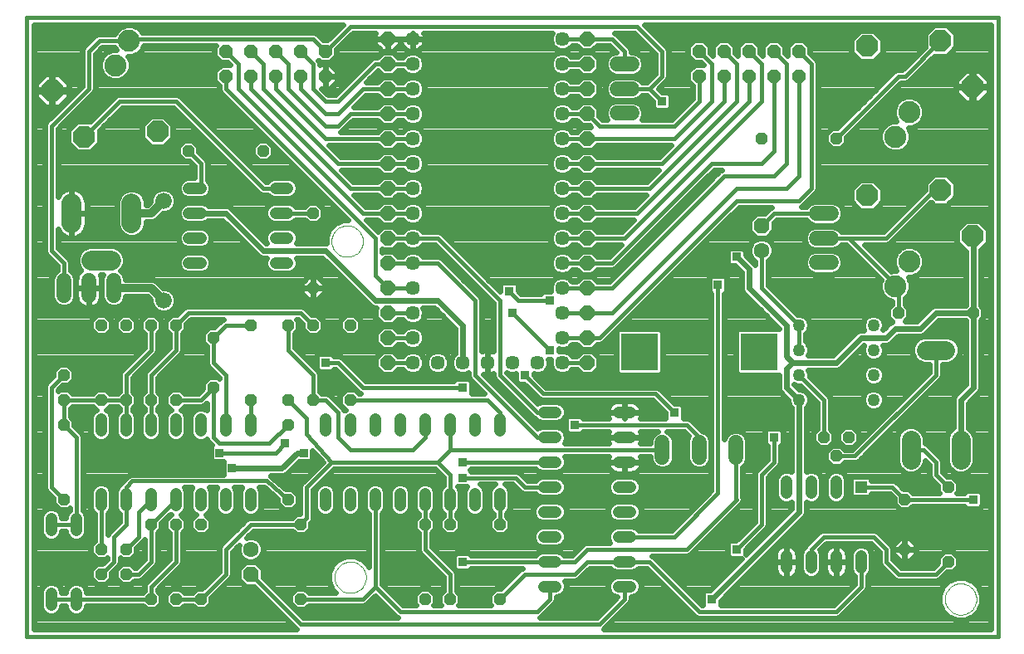
<source format=gbl>
G75*
%MOIN*%
%OFA0B0*%
%FSLAX24Y24*%
%IPPOS*%
%LPD*%
%AMOC8*
5,1,8,0,0,1.08239X$1,22.5*
%
%ADD10C,0.0160*%
%ADD11C,0.0000*%
%ADD12OC8,0.0885*%
%ADD13C,0.0885*%
%ADD14OC8,0.0630*%
%ADD15C,0.0630*%
%ADD16OC8,0.0480*%
%ADD17C,0.0570*%
%ADD18C,0.0787*%
%ADD19C,0.0600*%
%ADD20C,0.0660*%
%ADD21OC8,0.0591*%
%ADD22C,0.0480*%
%ADD23R,0.0480X0.0480*%
%ADD24C,0.0591*%
%ADD25C,0.0780*%
%ADD26R,0.1502X0.1502*%
%ADD27OC8,0.0540*%
%ADD28C,0.0500*%
%ADD29C,0.0240*%
%ADD30R,0.0356X0.0356*%
%ADD31C,0.0320*%
D10*
X003260Y001095D02*
X003260Y025966D01*
X042260Y025970D01*
X042260Y001095D01*
X003260Y001095D01*
X004260Y002595D02*
X005260Y002595D01*
X008260Y002595D01*
X008260Y003095D01*
X009260Y004095D01*
X009260Y005595D01*
X008260Y005595D02*
X009260Y006595D01*
X008260Y006595D02*
X007760Y006095D01*
X007760Y005095D01*
X007260Y004595D01*
X006760Y005095D02*
X007260Y005595D01*
X007260Y006595D01*
X007260Y007095D01*
X007510Y007345D01*
X012885Y007345D01*
X013760Y006595D01*
X014510Y007095D02*
X015510Y008095D01*
X019760Y008095D01*
X020260Y008595D01*
X028783Y008595D01*
X029760Y009595D02*
X030260Y009095D01*
X030260Y008595D01*
X029760Y009595D02*
X025260Y009595D01*
X024260Y010095D02*
X023760Y010095D01*
X022260Y011595D01*
X022260Y014595D01*
X019760Y017095D01*
X018760Y017095D01*
X017760Y017095D01*
X017260Y017095D02*
X011260Y023095D01*
X011260Y023595D01*
X011760Y023095D02*
X016760Y018095D01*
X017760Y018095D01*
X018760Y018095D01*
X017260Y017095D02*
X017260Y015595D01*
X017760Y015095D01*
X018760Y015095D01*
X018760Y016095D02*
X017760Y016095D01*
X018760Y016095D02*
X019760Y016095D01*
X021260Y014595D01*
X021260Y011595D01*
X023760Y009095D01*
X024260Y009095D01*
X024260Y008095D02*
X020760Y008095D01*
X020760Y007470D02*
X022885Y007470D01*
X023260Y007095D01*
X024260Y007095D01*
X022260Y006595D02*
X022260Y005595D01*
X020260Y005595D02*
X020260Y006595D01*
X020260Y007595D01*
X019760Y008095D01*
X020260Y008595D02*
X020260Y009595D01*
X019260Y009595D02*
X019260Y009095D01*
X018760Y008595D01*
X016260Y008595D01*
X015760Y009095D01*
X015760Y010095D01*
X015260Y010595D01*
X014760Y010595D01*
X014760Y011595D01*
X013760Y012595D01*
X013760Y013595D01*
X014260Y014095D02*
X014760Y013595D01*
X014260Y014095D02*
X009760Y014095D01*
X009260Y013595D01*
X009260Y012595D01*
X008260Y011595D01*
X008260Y010595D01*
X008260Y009595D01*
X007260Y009595D02*
X007260Y010595D01*
X007260Y011595D01*
X008260Y012595D01*
X008260Y013595D01*
X010760Y013095D02*
X010760Y012095D01*
X011260Y011595D01*
X011260Y009595D01*
X010760Y009095D02*
X010760Y011095D01*
X010260Y010595D01*
X009260Y010595D01*
X007260Y010595D02*
X006260Y010595D01*
X004760Y010595D01*
X004760Y009595D01*
X005260Y009095D01*
X005260Y005595D01*
X004260Y005595D01*
X004760Y006595D02*
X004260Y007095D01*
X004260Y011095D01*
X004760Y011595D01*
X004760Y015095D02*
X004760Y016095D01*
X004260Y016595D01*
X004260Y021595D01*
X005760Y023095D01*
X005760Y024595D01*
X006190Y025025D01*
X007380Y025025D01*
X007690Y025025D01*
X007760Y025095D01*
X014760Y025095D01*
X015260Y024595D01*
X016260Y025595D01*
X027760Y025595D01*
X028760Y024595D01*
X028760Y023595D01*
X028260Y023095D01*
X028760Y022595D01*
X028260Y023095D02*
X027260Y023095D01*
X027260Y024079D02*
X027260Y024595D01*
X026760Y025095D01*
X025760Y025095D01*
X024760Y025095D01*
X024760Y022095D02*
X025760Y022095D01*
X026260Y021595D01*
X029260Y021595D01*
X030260Y022595D01*
X030260Y023595D01*
X030760Y024095D02*
X030760Y022595D01*
X029260Y021095D01*
X025760Y021095D01*
X024760Y021095D01*
X024760Y020095D02*
X025760Y020095D01*
X028760Y020095D01*
X031260Y022595D01*
X031260Y023595D01*
X031760Y024095D02*
X031760Y022595D01*
X028260Y019095D01*
X025760Y019095D01*
X024760Y019095D01*
X024760Y018095D02*
X025760Y018095D01*
X027760Y018095D01*
X032260Y022595D01*
X032260Y023595D01*
X032760Y024095D02*
X032760Y022595D01*
X027260Y017095D01*
X025760Y017095D01*
X024760Y017095D01*
X024760Y016095D02*
X025760Y016095D01*
X026760Y016095D01*
X030760Y020095D01*
X032760Y020095D01*
X033260Y020595D01*
X033260Y023595D01*
X033760Y024095D02*
X033260Y024595D01*
X033760Y024095D02*
X033760Y020095D01*
X033260Y019595D01*
X031260Y019595D01*
X026760Y015095D01*
X025760Y015095D01*
X024760Y015095D01*
X024260Y014595D02*
X023010Y014595D01*
X022635Y014970D01*
X022760Y014095D02*
X024260Y012595D01*
X024760Y012095D02*
X025760Y012095D01*
X025760Y013095D02*
X024760Y013095D01*
X025760Y013095D02*
X026260Y013095D01*
X031760Y018595D01*
X034260Y018595D01*
X034760Y019095D01*
X034760Y024095D01*
X034260Y024595D01*
X034260Y023595D02*
X034260Y019595D01*
X033760Y019095D01*
X031760Y019095D01*
X026760Y014095D01*
X025760Y014095D01*
X024760Y014095D01*
X023260Y011595D02*
X024010Y010845D01*
X028510Y010845D01*
X029260Y010095D01*
X031736Y008595D02*
X031736Y006619D01*
X031760Y006595D01*
X029760Y004595D01*
X025760Y004595D01*
X025260Y004095D01*
X024260Y004095D01*
X020760Y004095D01*
X020260Y003595D02*
X019260Y004595D01*
X019260Y005595D01*
X019260Y006595D01*
X017260Y006595D02*
X017260Y003095D01*
X018260Y002095D01*
X023760Y002095D01*
X024260Y002595D01*
X024260Y003095D01*
X025260Y003595D02*
X025760Y004095D01*
X027260Y004095D01*
X028260Y004095D01*
X030260Y002095D01*
X035760Y002095D01*
X036760Y003095D01*
X036760Y004095D01*
X037760Y004095D02*
X037760Y004595D01*
X037260Y005095D01*
X035260Y005095D01*
X034760Y004595D01*
X034760Y004095D01*
X032760Y005595D02*
X032760Y007595D01*
X033260Y008095D01*
X033260Y009095D01*
X035260Y009095D02*
X035260Y010595D01*
X034260Y011595D01*
X034260Y012595D02*
X034260Y013595D01*
X032760Y015095D01*
X032760Y016595D01*
X032760Y017595D02*
X033260Y018095D01*
X035244Y018095D01*
X035260Y018079D01*
X035260Y017095D02*
X036260Y017095D01*
X037760Y017095D01*
X039690Y019025D01*
X039950Y019025D01*
X036260Y017095D02*
X038140Y015215D01*
X038140Y015165D01*
X038260Y015045D01*
X038260Y014095D01*
X039760Y012595D02*
X039760Y011595D01*
X036510Y008345D01*
X035760Y008345D01*
X036760Y007095D02*
X038010Y007095D01*
X038510Y006595D01*
X041260Y006595D01*
X040260Y007095D02*
X039760Y007595D01*
X039760Y008095D01*
X039260Y008595D01*
X038760Y008595D01*
X032760Y005595D02*
X031760Y004595D01*
X031010Y006845D02*
X029260Y005095D01*
X027260Y005095D01*
X025260Y003595D02*
X023260Y003595D01*
X022260Y002595D01*
X020260Y002595D02*
X020260Y003595D01*
X017260Y003095D02*
X016760Y002595D01*
X014260Y002595D01*
X014260Y001595D02*
X026260Y001595D01*
X027260Y002595D01*
X027260Y003095D01*
X031010Y006845D02*
X031010Y015220D01*
X022260Y010095D02*
X022260Y009595D01*
X022260Y010095D02*
X021760Y010595D01*
X016260Y010595D01*
X016760Y011095D02*
X020760Y011095D01*
X018760Y012095D02*
X017760Y012095D01*
X016760Y011095D02*
X015760Y012095D01*
X015260Y012095D01*
X013760Y010595D02*
X014510Y009845D01*
X014510Y009220D01*
X015510Y008095D01*
X014510Y007095D02*
X014510Y005845D01*
X014260Y005595D01*
X012260Y005595D01*
X011260Y004595D01*
X011260Y003595D01*
X010260Y002595D01*
X009260Y002595D01*
X007760Y003595D02*
X008260Y004095D01*
X008260Y005595D01*
X006760Y005095D02*
X006760Y004095D01*
X006260Y003595D01*
X007260Y003595D02*
X007760Y003595D01*
X006260Y004595D02*
X006260Y006595D01*
X010760Y009095D02*
X011010Y008845D01*
X013010Y008845D01*
X013760Y009595D01*
X013635Y008845D02*
X013260Y008470D01*
X011010Y008470D01*
X012260Y009595D02*
X012260Y010595D01*
X010760Y013095D02*
X011260Y013595D01*
X012260Y013595D01*
X017760Y013095D02*
X018760Y013095D01*
X018760Y014095D02*
X017760Y014095D01*
X014760Y018095D02*
X013260Y018095D01*
X013260Y019095D02*
X012760Y019095D01*
X009260Y022595D01*
X007000Y022595D01*
X005570Y021165D01*
X009760Y020595D02*
X010260Y020095D01*
X010260Y019095D01*
X013260Y023095D02*
X015260Y021095D01*
X017760Y021095D01*
X018760Y021095D01*
X018760Y022095D02*
X017760Y022095D01*
X016260Y022095D01*
X015760Y021595D01*
X015260Y021595D01*
X013760Y023095D01*
X013760Y024095D01*
X013260Y024595D01*
X012760Y024095D02*
X012760Y023095D01*
X015760Y020095D01*
X017760Y020095D01*
X018760Y020095D01*
X018760Y019095D02*
X017760Y019095D01*
X016260Y019095D01*
X012260Y023095D01*
X012260Y023595D01*
X012760Y024095D02*
X012260Y024595D01*
X011760Y024095D02*
X011760Y023095D01*
X011760Y024095D02*
X011260Y024595D01*
X013260Y023595D02*
X013260Y023095D01*
X014260Y023095D02*
X014260Y023595D01*
X014260Y023095D02*
X015260Y022095D01*
X015760Y022095D01*
X016760Y023095D01*
X017760Y023095D01*
X018760Y023095D01*
X018760Y024095D02*
X017760Y024095D01*
X017260Y024095D01*
X015760Y022595D01*
X015260Y022595D01*
X014760Y023095D01*
X014760Y024095D01*
X014260Y024595D01*
X030260Y024595D02*
X030760Y024095D01*
X031260Y024595D02*
X031760Y024095D01*
X032260Y024595D02*
X032760Y024095D01*
X035760Y021095D02*
X038260Y023595D01*
X038520Y023595D01*
X039950Y025025D01*
X040260Y004095D02*
X039760Y003595D01*
X038260Y003595D01*
X037760Y004095D01*
X014260Y001595D02*
X012260Y003595D01*
D11*
X015630Y003470D02*
X015632Y003520D01*
X015638Y003570D01*
X015648Y003619D01*
X015662Y003667D01*
X015679Y003714D01*
X015700Y003759D01*
X015725Y003803D01*
X015753Y003844D01*
X015785Y003883D01*
X015819Y003920D01*
X015856Y003954D01*
X015896Y003984D01*
X015938Y004011D01*
X015982Y004035D01*
X016028Y004056D01*
X016075Y004072D01*
X016123Y004085D01*
X016173Y004094D01*
X016222Y004099D01*
X016273Y004100D01*
X016323Y004097D01*
X016372Y004090D01*
X016421Y004079D01*
X016469Y004064D01*
X016515Y004046D01*
X016560Y004024D01*
X016603Y003998D01*
X016644Y003969D01*
X016683Y003937D01*
X016719Y003902D01*
X016751Y003864D01*
X016781Y003824D01*
X016808Y003781D01*
X016831Y003737D01*
X016850Y003691D01*
X016866Y003643D01*
X016878Y003594D01*
X016886Y003545D01*
X016890Y003495D01*
X016890Y003445D01*
X016886Y003395D01*
X016878Y003346D01*
X016866Y003297D01*
X016850Y003249D01*
X016831Y003203D01*
X016808Y003159D01*
X016781Y003116D01*
X016751Y003076D01*
X016719Y003038D01*
X016683Y003003D01*
X016644Y002971D01*
X016603Y002942D01*
X016560Y002916D01*
X016515Y002894D01*
X016469Y002876D01*
X016421Y002861D01*
X016372Y002850D01*
X016323Y002843D01*
X016273Y002840D01*
X016222Y002841D01*
X016173Y002846D01*
X016123Y002855D01*
X016075Y002868D01*
X016028Y002884D01*
X015982Y002905D01*
X015938Y002929D01*
X015896Y002956D01*
X015856Y002986D01*
X015819Y003020D01*
X015785Y003057D01*
X015753Y003096D01*
X015725Y003137D01*
X015700Y003181D01*
X015679Y003226D01*
X015662Y003273D01*
X015648Y003321D01*
X015638Y003370D01*
X015632Y003420D01*
X015630Y003470D01*
X015505Y016970D02*
X015507Y017020D01*
X015513Y017070D01*
X015523Y017119D01*
X015537Y017167D01*
X015554Y017214D01*
X015575Y017259D01*
X015600Y017303D01*
X015628Y017344D01*
X015660Y017383D01*
X015694Y017420D01*
X015731Y017454D01*
X015771Y017484D01*
X015813Y017511D01*
X015857Y017535D01*
X015903Y017556D01*
X015950Y017572D01*
X015998Y017585D01*
X016048Y017594D01*
X016097Y017599D01*
X016148Y017600D01*
X016198Y017597D01*
X016247Y017590D01*
X016296Y017579D01*
X016344Y017564D01*
X016390Y017546D01*
X016435Y017524D01*
X016478Y017498D01*
X016519Y017469D01*
X016558Y017437D01*
X016594Y017402D01*
X016626Y017364D01*
X016656Y017324D01*
X016683Y017281D01*
X016706Y017237D01*
X016725Y017191D01*
X016741Y017143D01*
X016753Y017094D01*
X016761Y017045D01*
X016765Y016995D01*
X016765Y016945D01*
X016761Y016895D01*
X016753Y016846D01*
X016741Y016797D01*
X016725Y016749D01*
X016706Y016703D01*
X016683Y016659D01*
X016656Y016616D01*
X016626Y016576D01*
X016594Y016538D01*
X016558Y016503D01*
X016519Y016471D01*
X016478Y016442D01*
X016435Y016416D01*
X016390Y016394D01*
X016344Y016376D01*
X016296Y016361D01*
X016247Y016350D01*
X016198Y016343D01*
X016148Y016340D01*
X016097Y016341D01*
X016048Y016346D01*
X015998Y016355D01*
X015950Y016368D01*
X015903Y016384D01*
X015857Y016405D01*
X015813Y016429D01*
X015771Y016456D01*
X015731Y016486D01*
X015694Y016520D01*
X015660Y016557D01*
X015628Y016596D01*
X015600Y016637D01*
X015575Y016681D01*
X015554Y016726D01*
X015537Y016773D01*
X015523Y016821D01*
X015513Y016870D01*
X015507Y016920D01*
X015505Y016970D01*
X040130Y002595D02*
X040132Y002645D01*
X040138Y002695D01*
X040148Y002744D01*
X040162Y002792D01*
X040179Y002839D01*
X040200Y002884D01*
X040225Y002928D01*
X040253Y002969D01*
X040285Y003008D01*
X040319Y003045D01*
X040356Y003079D01*
X040396Y003109D01*
X040438Y003136D01*
X040482Y003160D01*
X040528Y003181D01*
X040575Y003197D01*
X040623Y003210D01*
X040673Y003219D01*
X040722Y003224D01*
X040773Y003225D01*
X040823Y003222D01*
X040872Y003215D01*
X040921Y003204D01*
X040969Y003189D01*
X041015Y003171D01*
X041060Y003149D01*
X041103Y003123D01*
X041144Y003094D01*
X041183Y003062D01*
X041219Y003027D01*
X041251Y002989D01*
X041281Y002949D01*
X041308Y002906D01*
X041331Y002862D01*
X041350Y002816D01*
X041366Y002768D01*
X041378Y002719D01*
X041386Y002670D01*
X041390Y002620D01*
X041390Y002570D01*
X041386Y002520D01*
X041378Y002471D01*
X041366Y002422D01*
X041350Y002374D01*
X041331Y002328D01*
X041308Y002284D01*
X041281Y002241D01*
X041251Y002201D01*
X041219Y002163D01*
X041183Y002128D01*
X041144Y002096D01*
X041103Y002067D01*
X041060Y002041D01*
X041015Y002019D01*
X040969Y002001D01*
X040921Y001986D01*
X040872Y001975D01*
X040823Y001968D01*
X040773Y001965D01*
X040722Y001966D01*
X040673Y001971D01*
X040623Y001980D01*
X040575Y001993D01*
X040528Y002009D01*
X040482Y002030D01*
X040438Y002054D01*
X040396Y002081D01*
X040356Y002111D01*
X040319Y002145D01*
X040285Y002182D01*
X040253Y002221D01*
X040225Y002262D01*
X040200Y002306D01*
X040179Y002351D01*
X040162Y002398D01*
X040148Y002446D01*
X040138Y002495D01*
X040132Y002545D01*
X040130Y002595D01*
D12*
X041230Y017175D03*
X039950Y019025D03*
X037000Y018815D03*
X041230Y023175D03*
X039950Y025025D03*
X037000Y024815D03*
X008520Y021375D03*
X005570Y021165D03*
X004290Y023015D03*
D13*
X006830Y024035D03*
X007380Y025025D03*
X038140Y021165D03*
X038690Y022155D03*
X038690Y016155D03*
X038140Y015165D03*
D14*
X032760Y017595D03*
X012260Y003595D03*
D15*
X012260Y004595D03*
X032760Y016595D03*
D16*
X038260Y014095D03*
X041260Y014095D03*
X036260Y009095D03*
X035260Y009095D03*
X035760Y008345D03*
X038510Y006595D03*
X040260Y007095D03*
X038510Y004595D03*
X040260Y004095D03*
X022260Y002595D03*
X020260Y002595D03*
X019260Y002595D03*
X019260Y005595D03*
X020260Y005595D03*
X022260Y005595D03*
X016260Y010595D03*
X014760Y010595D03*
X013760Y010595D03*
X013760Y009595D03*
X012260Y010595D03*
X010760Y011095D03*
X009260Y010595D03*
X008260Y010595D03*
X007260Y010595D03*
X006260Y010595D03*
X004760Y010595D03*
X004760Y011595D03*
X004760Y009595D03*
X004760Y006595D03*
X006260Y004595D03*
X007260Y004595D03*
X008260Y005595D03*
X009260Y005595D03*
X010260Y005595D03*
X007260Y003595D03*
X006260Y003595D03*
X008260Y002595D03*
X009260Y002595D03*
X010260Y002595D03*
X014260Y002595D03*
X014260Y005595D03*
X013760Y006595D03*
X010760Y013095D03*
X012260Y013595D03*
X013760Y013595D03*
X014760Y013595D03*
X016260Y013595D03*
X014760Y015095D03*
X014760Y018095D03*
X012760Y020595D03*
X009760Y020595D03*
X009260Y013595D03*
X008260Y013595D03*
X007260Y013595D03*
X006260Y013595D03*
X032760Y021095D03*
X035760Y021095D03*
D17*
X024760Y021095D03*
X024760Y022095D03*
X024760Y023095D03*
X024760Y024095D03*
X024760Y025095D03*
X018760Y025095D03*
X018760Y024095D03*
X018760Y023095D03*
X018760Y022095D03*
X018760Y021095D03*
X018760Y020095D03*
X018760Y019095D03*
X018760Y018095D03*
X018760Y017095D03*
X018760Y016095D03*
X018760Y015095D03*
X018760Y014095D03*
X018760Y013095D03*
X018760Y012095D03*
X019760Y012095D03*
X020760Y012095D03*
X021760Y012095D03*
X022760Y012095D03*
X023760Y012095D03*
X024760Y012095D03*
X024760Y013095D03*
X024760Y014095D03*
X024760Y015095D03*
X024760Y016095D03*
X024760Y017095D03*
X024760Y018095D03*
X024760Y019095D03*
X024760Y020095D03*
D18*
X007480Y018489D02*
X007480Y017701D01*
X006653Y016205D02*
X005866Y016205D01*
X005078Y017701D02*
X005078Y018489D01*
D19*
X004760Y015395D02*
X004760Y014795D01*
X005760Y014795D02*
X005760Y015395D01*
X006760Y015395D02*
X006760Y014795D01*
D20*
X008760Y014595D03*
X008760Y018595D03*
D21*
X017760Y018095D03*
X017760Y017095D03*
X017760Y016095D03*
X017760Y015095D03*
X017760Y014095D03*
X017760Y013095D03*
X017760Y012095D03*
X025760Y012095D03*
X025760Y013095D03*
X025760Y014095D03*
X025760Y015095D03*
X025760Y016095D03*
X025760Y017095D03*
X025760Y018095D03*
X025760Y019095D03*
X025760Y020095D03*
X025760Y021095D03*
X025760Y022095D03*
X025760Y023095D03*
X025760Y024095D03*
X025760Y025095D03*
X017760Y025095D03*
X017760Y024095D03*
X017760Y023095D03*
X017760Y022095D03*
X017760Y021095D03*
X017760Y020095D03*
X017760Y019095D03*
D22*
X013740Y019095D02*
X013260Y019095D01*
X013260Y018095D02*
X013740Y018095D01*
X013740Y017095D02*
X013260Y017095D01*
X013260Y016095D02*
X013740Y016095D01*
X010260Y016095D02*
X009780Y016095D01*
X009780Y017095D02*
X010260Y017095D01*
X010260Y018095D02*
X009780Y018095D01*
X009780Y019095D02*
X010260Y019095D01*
X024020Y010095D02*
X024500Y010095D01*
X024500Y009095D02*
X024020Y009095D01*
X024020Y008095D02*
X024500Y008095D01*
X024500Y007095D02*
X024020Y007095D01*
X024020Y006095D02*
X024500Y006095D01*
X024500Y005095D02*
X024020Y005095D01*
X024020Y004095D02*
X024500Y004095D01*
X024500Y003095D02*
X024020Y003095D01*
X027020Y003095D02*
X027500Y003095D01*
X027500Y004095D02*
X027020Y004095D01*
X027020Y005095D02*
X027500Y005095D01*
X027500Y006095D02*
X027020Y006095D01*
X027020Y007095D02*
X027500Y007095D01*
X027500Y008095D02*
X027020Y008095D01*
X027020Y009095D02*
X027500Y009095D01*
X027500Y010095D02*
X027020Y010095D01*
X022260Y009835D02*
X022260Y009355D01*
X021260Y009355D02*
X021260Y009835D01*
X020260Y009835D02*
X020260Y009355D01*
X019260Y009355D02*
X019260Y009835D01*
X018260Y009835D02*
X018260Y009355D01*
X017260Y009355D02*
X017260Y009835D01*
X016260Y009835D02*
X016260Y009355D01*
X015260Y009355D02*
X015260Y009835D01*
X012260Y009835D02*
X012260Y009355D01*
X011260Y009355D02*
X011260Y009835D01*
X010260Y009835D02*
X010260Y009355D01*
X009260Y009355D02*
X009260Y009835D01*
X008260Y009835D02*
X008260Y009355D01*
X007260Y009355D02*
X007260Y009835D01*
X006260Y009835D02*
X006260Y009355D01*
X006260Y006835D02*
X006260Y006355D01*
X007260Y006355D02*
X007260Y006835D01*
X008260Y006835D02*
X008260Y006355D01*
X009260Y006355D02*
X009260Y006835D01*
X010260Y006835D02*
X010260Y006355D01*
X011260Y006355D02*
X011260Y006835D01*
X012260Y006835D02*
X012260Y006355D01*
X015260Y006355D02*
X015260Y006835D01*
X016260Y006835D02*
X016260Y006355D01*
X017260Y006355D02*
X017260Y006835D01*
X018260Y006835D02*
X018260Y006355D01*
X019260Y006355D02*
X019260Y006835D01*
X020260Y006835D02*
X020260Y006355D01*
X021260Y006355D02*
X021260Y006835D01*
X022260Y006835D02*
X022260Y006355D01*
X033760Y006855D02*
X033760Y007335D01*
X034760Y007335D02*
X034760Y006855D01*
X035760Y006855D02*
X035760Y007335D01*
X035760Y004335D02*
X035760Y003855D01*
X036760Y003855D02*
X036760Y004335D01*
X034760Y004335D02*
X034760Y003855D01*
X033760Y003855D02*
X033760Y004335D01*
X005260Y005355D02*
X005260Y005835D01*
X004260Y005835D02*
X004260Y005355D01*
X004260Y002835D02*
X004260Y002355D01*
X005260Y002355D02*
X005260Y002835D01*
D23*
X036760Y007095D03*
D24*
X031736Y008300D02*
X031736Y008890D01*
X030260Y008890D02*
X030260Y008300D01*
X028783Y008300D02*
X028783Y008890D01*
X034964Y016111D02*
X035555Y016111D01*
X035555Y017095D02*
X034964Y017095D01*
X034964Y018079D02*
X035555Y018079D01*
X027555Y022111D02*
X026964Y022111D01*
X026964Y023095D02*
X027555Y023095D01*
X027555Y024079D02*
X026964Y024079D01*
D25*
X039370Y012595D02*
X040150Y012595D01*
X040760Y008985D02*
X040760Y008205D01*
X038760Y008205D02*
X038760Y008985D01*
D26*
X032661Y012532D03*
X027858Y012532D03*
D27*
X030260Y023595D03*
X031260Y023595D03*
X032260Y023595D03*
X033260Y023595D03*
X034260Y023595D03*
X034260Y024595D03*
X033260Y024595D03*
X032260Y024595D03*
X031260Y024595D03*
X030260Y024595D03*
X015260Y024595D03*
X014260Y024595D03*
X013260Y024595D03*
X013260Y023595D03*
X014260Y023595D03*
X015260Y023595D03*
X012260Y023595D03*
X011260Y023595D03*
X011260Y024595D03*
X012260Y024595D03*
D28*
X034260Y013595D03*
X034260Y012595D03*
X034260Y011595D03*
X034260Y010595D03*
X037260Y010595D03*
X037260Y011595D03*
X037260Y012595D03*
X037260Y013595D03*
D29*
X037667Y013736D02*
X037992Y013736D01*
X038015Y013745D02*
X037965Y013724D01*
X037880Y013640D01*
X037647Y013407D01*
X037690Y013509D01*
X037690Y013681D01*
X037624Y013839D01*
X037503Y013960D01*
X037345Y014025D01*
X037174Y014025D01*
X037016Y013960D01*
X036895Y013839D01*
X036830Y013681D01*
X036830Y013509D01*
X036877Y013395D01*
X036700Y013395D01*
X036590Y013349D01*
X036505Y013265D01*
X035635Y012395D01*
X034642Y012395D01*
X034690Y012509D01*
X034690Y012681D01*
X034624Y012839D01*
X034520Y012943D01*
X034520Y013247D01*
X034624Y013351D01*
X034690Y013509D01*
X034690Y013681D01*
X034624Y013839D01*
X034503Y013960D01*
X034345Y014025D01*
X034197Y014025D01*
X033020Y015203D01*
X033020Y016167D01*
X033040Y016175D01*
X033179Y016315D01*
X033255Y016497D01*
X033255Y016693D01*
X033179Y016875D01*
X033040Y017015D01*
X032858Y017090D01*
X032661Y017090D01*
X032479Y017015D01*
X032340Y016875D01*
X032265Y016693D01*
X032265Y016497D01*
X032340Y016315D01*
X032479Y016175D01*
X032500Y016167D01*
X032500Y016029D01*
X032429Y016099D01*
X032118Y016411D01*
X032118Y016598D01*
X032012Y016703D01*
X031507Y016703D01*
X031401Y016598D01*
X031401Y016092D01*
X031507Y015987D01*
X031693Y015987D01*
X031960Y015721D01*
X031960Y015035D01*
X032005Y014925D01*
X033460Y013471D01*
X033460Y013463D01*
X031835Y013463D01*
X031730Y013358D01*
X031730Y011706D01*
X031835Y011601D01*
X033460Y011601D01*
X033460Y011035D01*
X033505Y010925D01*
X033830Y010601D01*
X033830Y010509D01*
X033895Y010351D01*
X033960Y010287D01*
X033960Y007707D01*
X033843Y007755D01*
X033676Y007755D01*
X033522Y007691D01*
X033403Y007573D01*
X033340Y007419D01*
X033340Y006771D01*
X033403Y006617D01*
X033522Y006499D01*
X033676Y006435D01*
X033843Y006435D01*
X033960Y006483D01*
X033960Y006219D01*
X032118Y004377D01*
X032118Y004585D01*
X032907Y005375D01*
X032980Y005448D01*
X033020Y005543D01*
X033020Y007487D01*
X033407Y007875D01*
X033480Y007948D01*
X033520Y008043D01*
X033520Y008744D01*
X033618Y008842D01*
X033618Y009348D01*
X033512Y009453D01*
X033007Y009453D01*
X032901Y009348D01*
X032901Y008842D01*
X033000Y008744D01*
X033000Y008203D01*
X032539Y007742D01*
X032500Y007647D01*
X032500Y005703D01*
X031750Y004953D01*
X031507Y004953D01*
X031401Y004848D01*
X031401Y004342D01*
X031507Y004237D01*
X031977Y004237D01*
X030693Y002953D01*
X030507Y002953D01*
X030401Y002848D01*
X030401Y002355D01*
X030367Y002355D01*
X028407Y004315D01*
X028360Y004335D01*
X029811Y004335D01*
X029907Y004375D01*
X029980Y004448D01*
X031980Y006448D01*
X032020Y006543D01*
X032020Y006647D01*
X031996Y006704D01*
X031996Y007893D01*
X032005Y007897D01*
X032139Y008031D01*
X032211Y008205D01*
X032211Y008985D01*
X032139Y009159D01*
X032005Y009293D01*
X031830Y009366D01*
X031641Y009366D01*
X031467Y009293D01*
X031333Y009159D01*
X031270Y009006D01*
X031270Y014869D01*
X031368Y014967D01*
X031368Y015473D01*
X031262Y015578D01*
X030757Y015578D01*
X030651Y015473D01*
X030651Y014967D01*
X030750Y014869D01*
X030750Y006953D01*
X029152Y005355D01*
X027833Y005355D01*
X027737Y005451D01*
X027583Y005515D01*
X026936Y005515D01*
X026782Y005451D01*
X026663Y005333D01*
X026600Y005179D01*
X026600Y005011D01*
X026663Y004857D01*
X026666Y004855D01*
X025708Y004855D01*
X025612Y004815D01*
X025152Y004355D01*
X024833Y004355D01*
X024737Y004451D01*
X024583Y004515D01*
X023936Y004515D01*
X023782Y004451D01*
X023686Y004355D01*
X021110Y004355D01*
X021012Y004453D01*
X020507Y004453D01*
X020401Y004348D01*
X020401Y003842D01*
X020507Y003737D01*
X021012Y003737D01*
X021110Y003835D01*
X023160Y003835D01*
X023112Y003815D01*
X023039Y003742D01*
X022312Y003015D01*
X022086Y003015D01*
X021840Y002769D01*
X021840Y002421D01*
X021906Y002355D01*
X020613Y002355D01*
X020680Y002421D01*
X020680Y002769D01*
X020520Y002929D01*
X020520Y003647D01*
X020480Y003742D01*
X019520Y004703D01*
X019520Y005261D01*
X019680Y005421D01*
X019680Y005769D01*
X019520Y005929D01*
X019520Y006021D01*
X019616Y006117D01*
X019680Y006271D01*
X019680Y006919D01*
X019616Y007073D01*
X019497Y007191D01*
X019343Y007255D01*
X019176Y007255D01*
X019022Y007191D01*
X018903Y007073D01*
X018840Y006919D01*
X018840Y006271D01*
X018903Y006117D01*
X019000Y006021D01*
X019000Y005929D01*
X018840Y005769D01*
X018840Y005421D01*
X019000Y005261D01*
X019000Y004543D01*
X019039Y004448D01*
X019112Y004375D01*
X020000Y003487D01*
X020000Y002929D01*
X019840Y002769D01*
X019840Y002421D01*
X019906Y002355D01*
X019613Y002355D01*
X019680Y002421D01*
X019680Y002769D01*
X019433Y003015D01*
X019086Y003015D01*
X018840Y002769D01*
X018840Y002421D01*
X018906Y002355D01*
X018367Y002355D01*
X017520Y003203D01*
X017520Y006021D01*
X017616Y006117D01*
X017680Y006271D01*
X017680Y006919D01*
X017616Y007073D01*
X017497Y007191D01*
X017343Y007255D01*
X017176Y007255D01*
X017022Y007191D01*
X016903Y007073D01*
X016840Y006919D01*
X016840Y006271D01*
X016903Y006117D01*
X017000Y006021D01*
X017000Y003904D01*
X016980Y003951D01*
X016741Y004191D01*
X016429Y004320D01*
X016090Y004320D01*
X015778Y004191D01*
X015539Y003951D01*
X015410Y003639D01*
X015410Y003301D01*
X015539Y002989D01*
X015673Y002855D01*
X014593Y002855D01*
X014433Y003015D01*
X014086Y003015D01*
X013840Y002769D01*
X013840Y002421D01*
X014086Y002175D01*
X014433Y002175D01*
X014593Y002335D01*
X016811Y002335D01*
X016907Y002375D01*
X017260Y002727D01*
X018039Y001948D01*
X018112Y001875D01*
X018160Y001855D01*
X014367Y001855D01*
X012755Y003468D01*
X012755Y003800D01*
X012465Y004090D01*
X012054Y004090D01*
X011765Y003800D01*
X011765Y003390D01*
X012054Y003100D01*
X012387Y003100D01*
X014039Y001448D01*
X014092Y001395D01*
X003560Y001395D01*
X003560Y025666D01*
X015964Y025667D01*
X015342Y025045D01*
X015177Y025045D01*
X014980Y025242D01*
X014907Y025315D01*
X014811Y025355D01*
X007917Y025355D01*
X007907Y025378D01*
X007732Y025553D01*
X007503Y025647D01*
X007256Y025647D01*
X007027Y025553D01*
X006852Y025378D01*
X006813Y025285D01*
X006138Y025285D01*
X006042Y025245D01*
X005539Y024742D01*
X005500Y024647D01*
X005500Y023203D01*
X004112Y021815D01*
X004039Y021742D01*
X004000Y021647D01*
X004000Y016543D01*
X004039Y016448D01*
X004500Y015987D01*
X004500Y015807D01*
X004488Y015802D01*
X004353Y015667D01*
X004280Y015490D01*
X004280Y014700D01*
X004353Y014523D01*
X004488Y014388D01*
X004664Y014315D01*
X004855Y014315D01*
X005031Y014388D01*
X005166Y014523D01*
X005240Y014700D01*
X005240Y015490D01*
X005166Y015667D01*
X005031Y015802D01*
X005020Y015807D01*
X005020Y016147D01*
X004980Y016242D01*
X004907Y016315D01*
X004520Y016703D01*
X004520Y017446D01*
X004554Y017380D01*
X004610Y017301D01*
X004679Y017233D01*
X004757Y017176D01*
X004843Y017133D01*
X004935Y017103D01*
X005030Y017088D01*
X005078Y017088D01*
X005078Y018095D01*
X005078Y019102D01*
X005030Y019102D01*
X004935Y019087D01*
X004843Y019057D01*
X004757Y019014D01*
X004679Y018957D01*
X004610Y018888D01*
X004554Y018810D01*
X004520Y018744D01*
X004520Y018744D01*
X004520Y021487D01*
X005980Y022948D01*
X006020Y023043D01*
X006020Y024487D01*
X006297Y024765D01*
X006813Y024765D01*
X006852Y024672D01*
X006867Y024657D01*
X006706Y024657D01*
X006477Y024563D01*
X006302Y024388D01*
X006207Y024159D01*
X006207Y023911D01*
X006302Y023682D01*
X006477Y023507D01*
X006706Y023413D01*
X006953Y023413D01*
X007182Y023507D01*
X007357Y023682D01*
X007452Y023911D01*
X007452Y024159D01*
X007357Y024388D01*
X007342Y024403D01*
X007503Y024403D01*
X007732Y024497D01*
X007907Y024672D01*
X007975Y024835D01*
X010863Y024835D01*
X010810Y024781D01*
X010810Y024409D01*
X011073Y024145D01*
X011342Y024145D01*
X011442Y024045D01*
X011073Y024045D01*
X010810Y023781D01*
X010810Y023409D01*
X011000Y023219D01*
X011000Y023043D01*
X011039Y022948D01*
X011112Y022875D01*
X016167Y017820D01*
X015965Y017820D01*
X015653Y017691D01*
X015414Y017451D01*
X015285Y017139D01*
X015285Y016895D01*
X014111Y016895D01*
X014160Y017011D01*
X014160Y017179D01*
X014096Y017333D01*
X013977Y017451D01*
X013823Y017515D01*
X013176Y017515D01*
X013022Y017451D01*
X012903Y017333D01*
X012840Y017179D01*
X012840Y017011D01*
X012888Y016895D01*
X012884Y016895D01*
X011514Y018265D01*
X011429Y018349D01*
X011319Y018395D01*
X010553Y018395D01*
X010497Y018451D01*
X010343Y018515D01*
X009696Y018515D01*
X009542Y018451D01*
X009423Y018333D01*
X009360Y018179D01*
X009360Y018011D01*
X009423Y017857D01*
X009542Y017739D01*
X009696Y017675D01*
X010343Y017675D01*
X010497Y017739D01*
X010553Y017795D01*
X011135Y017795D01*
X012590Y016341D01*
X012700Y016295D01*
X012888Y016295D01*
X012840Y016179D01*
X012840Y016011D01*
X012903Y015857D01*
X013022Y015739D01*
X013176Y015675D01*
X013823Y015675D01*
X013977Y015739D01*
X014096Y015857D01*
X014160Y016011D01*
X014160Y016179D01*
X014111Y016295D01*
X015135Y016295D01*
X017090Y014341D01*
X017200Y014295D01*
X017287Y014295D01*
X017284Y014292D01*
X017284Y013898D01*
X017563Y013620D01*
X017956Y013620D01*
X018172Y013835D01*
X018364Y013835D01*
X018365Y013832D01*
X018496Y013701D01*
X018667Y013630D01*
X018852Y013630D01*
X019023Y013701D01*
X019154Y013832D01*
X019225Y014003D01*
X019225Y014187D01*
X019180Y014295D01*
X019635Y014295D01*
X020460Y013471D01*
X020460Y012453D01*
X020365Y012358D01*
X020295Y012187D01*
X020295Y012003D01*
X020365Y011832D01*
X020496Y011701D01*
X020667Y011630D01*
X020852Y011630D01*
X021000Y011691D01*
X021000Y011543D01*
X021039Y011448D01*
X021112Y011375D01*
X021632Y010855D01*
X021118Y010855D01*
X021118Y011348D01*
X021012Y011453D01*
X020507Y011453D01*
X020409Y011355D01*
X016867Y011355D01*
X015907Y012315D01*
X015811Y012355D01*
X015610Y012355D01*
X015512Y012453D01*
X015007Y012453D01*
X014901Y012348D01*
X014901Y011842D01*
X015007Y011737D01*
X015512Y011737D01*
X015610Y011835D01*
X015652Y011835D01*
X016539Y010948D01*
X016612Y010875D01*
X016660Y010855D01*
X016593Y010855D01*
X016433Y011015D01*
X016086Y011015D01*
X015840Y010769D01*
X015840Y010421D01*
X016055Y010205D01*
X016022Y010191D01*
X016007Y010177D01*
X015980Y010242D01*
X015907Y010315D01*
X015480Y010742D01*
X015480Y010742D01*
X015407Y010815D01*
X015311Y010855D01*
X015093Y010855D01*
X015020Y010929D01*
X015020Y011647D01*
X014980Y011742D01*
X014020Y012703D01*
X014020Y013261D01*
X014180Y013421D01*
X014180Y013769D01*
X014113Y013835D01*
X014152Y013835D01*
X014340Y013647D01*
X014340Y013421D01*
X014586Y013175D01*
X014933Y013175D01*
X015180Y013421D01*
X015180Y013769D01*
X014933Y014015D01*
X014707Y014015D01*
X014407Y014315D01*
X014311Y014355D01*
X009708Y014355D01*
X009612Y014315D01*
X009539Y014242D01*
X009312Y014015D01*
X009086Y014015D01*
X008840Y013769D01*
X008840Y013421D01*
X009000Y013261D01*
X009000Y012703D01*
X008112Y011815D01*
X008039Y011742D01*
X008000Y011647D01*
X008000Y010929D01*
X007840Y010769D01*
X007840Y010421D01*
X008000Y010261D01*
X008000Y010169D01*
X007903Y010073D01*
X007840Y009919D01*
X007840Y009920D02*
X007679Y009920D01*
X007680Y009919D02*
X007616Y010073D01*
X007520Y010169D01*
X007520Y010261D01*
X007680Y010421D01*
X007680Y010769D01*
X007520Y010929D01*
X007520Y011487D01*
X008407Y012375D01*
X008480Y012448D01*
X008520Y012543D01*
X008520Y013261D01*
X008680Y013421D01*
X008680Y013769D01*
X008433Y014015D01*
X008086Y014015D01*
X007840Y013769D01*
X007840Y013421D01*
X008000Y013261D01*
X008000Y012703D01*
X007039Y011742D01*
X007000Y011647D01*
X007000Y010929D01*
X006926Y010855D01*
X006593Y010855D01*
X006433Y011015D01*
X006086Y011015D01*
X005926Y010855D01*
X005093Y010855D01*
X004933Y011015D01*
X004586Y011015D01*
X004520Y010949D01*
X004520Y010987D01*
X004707Y011175D01*
X004933Y011175D01*
X005180Y011421D01*
X005180Y011769D01*
X004933Y012015D01*
X004586Y012015D01*
X004340Y011769D01*
X004340Y011543D01*
X004112Y011315D01*
X004039Y011242D01*
X004000Y011147D01*
X004000Y007043D01*
X004039Y006948D01*
X004340Y006647D01*
X004340Y006421D01*
X004586Y006175D01*
X004933Y006175D01*
X005000Y006241D01*
X005000Y006169D01*
X004903Y006073D01*
X004840Y005919D01*
X004840Y005855D01*
X004680Y005855D01*
X004680Y005919D01*
X004616Y006073D01*
X004497Y006191D01*
X004343Y006255D01*
X004176Y006255D01*
X004022Y006191D01*
X003903Y006073D01*
X003840Y005919D01*
X003840Y005271D01*
X003903Y005117D01*
X004022Y004999D01*
X004176Y004935D01*
X004343Y004935D01*
X004497Y004999D01*
X004616Y005117D01*
X004680Y005271D01*
X004680Y005335D01*
X004840Y005335D01*
X004840Y005271D01*
X004903Y005117D01*
X005022Y004999D01*
X005176Y004935D01*
X005343Y004935D01*
X005497Y004999D01*
X005616Y005117D01*
X005680Y005271D01*
X005680Y005919D01*
X005616Y006073D01*
X005520Y006169D01*
X005520Y009147D01*
X005480Y009242D01*
X005180Y009543D01*
X005180Y009769D01*
X005020Y009929D01*
X005020Y010261D01*
X005093Y010335D01*
X005926Y010335D01*
X006055Y010205D01*
X006022Y010191D01*
X005903Y010073D01*
X005840Y009919D01*
X005840Y009920D02*
X005029Y009920D01*
X005020Y010158D02*
X005989Y010158D01*
X005840Y009919D02*
X005840Y009271D01*
X005903Y009117D01*
X006022Y008999D01*
X006176Y008935D01*
X006343Y008935D01*
X006497Y008999D01*
X006616Y009117D01*
X006680Y009271D01*
X006680Y009919D01*
X006616Y010073D01*
X006497Y010191D01*
X006464Y010205D01*
X006593Y010335D01*
X006926Y010335D01*
X007000Y010261D01*
X007000Y010169D01*
X006903Y010073D01*
X006840Y009919D01*
X006840Y009920D02*
X006679Y009920D01*
X006840Y009919D02*
X006840Y009271D01*
X006903Y009117D01*
X007022Y008999D01*
X007176Y008935D01*
X007343Y008935D01*
X007497Y008999D01*
X007616Y009117D01*
X007680Y009271D01*
X007680Y009919D01*
X007840Y009919D02*
X007840Y009271D01*
X007903Y009117D01*
X008022Y008999D01*
X008176Y008935D01*
X008343Y008935D01*
X008497Y008999D01*
X008616Y009117D01*
X008680Y009271D01*
X008680Y009919D01*
X008616Y010073D01*
X008520Y010169D01*
X008520Y010261D01*
X008680Y010421D01*
X008680Y010769D01*
X008520Y010929D01*
X008520Y011487D01*
X009480Y012448D01*
X009520Y012543D01*
X009520Y013261D01*
X009680Y013421D01*
X009680Y013647D01*
X009867Y013835D01*
X011160Y013835D01*
X011112Y013815D01*
X010812Y013515D01*
X010586Y013515D01*
X010340Y013269D01*
X010340Y012921D01*
X010500Y012761D01*
X010500Y012043D01*
X010539Y011948D01*
X010612Y011875D01*
X011000Y011487D01*
X011000Y011449D01*
X010933Y011515D01*
X010586Y011515D01*
X010340Y011269D01*
X010340Y011043D01*
X010152Y010855D01*
X009593Y010855D01*
X009433Y011015D01*
X009086Y011015D01*
X008840Y010769D01*
X008840Y010421D01*
X009055Y010205D01*
X009022Y010191D01*
X008903Y010073D01*
X008840Y009919D01*
X008840Y009920D02*
X008679Y009920D01*
X008840Y009919D02*
X008840Y009271D01*
X008903Y009117D01*
X009022Y008999D01*
X009176Y008935D01*
X009343Y008935D01*
X009497Y008999D01*
X009616Y009117D01*
X009680Y009271D01*
X009680Y009919D01*
X009616Y010073D01*
X009497Y010191D01*
X009464Y010205D01*
X009593Y010335D01*
X010311Y010335D01*
X010407Y010375D01*
X010480Y010448D01*
X010500Y010467D01*
X010500Y010189D01*
X010497Y010191D01*
X010343Y010255D01*
X010176Y010255D01*
X010022Y010191D01*
X009903Y010073D01*
X009840Y009919D01*
X009840Y009920D02*
X009679Y009920D01*
X009840Y009919D02*
X009840Y009271D01*
X009903Y009117D01*
X010022Y008999D01*
X010176Y008935D01*
X010343Y008935D01*
X010497Y008999D01*
X010512Y009013D01*
X010539Y008948D01*
X010612Y008875D01*
X010708Y008779D01*
X010651Y008723D01*
X010651Y008217D01*
X010757Y008112D01*
X011166Y008112D01*
X011151Y008098D01*
X011151Y007605D01*
X007458Y007605D01*
X007362Y007565D01*
X007112Y007315D01*
X007039Y007242D01*
X007015Y007185D01*
X006903Y007073D01*
X006840Y006919D01*
X006840Y006271D01*
X006903Y006117D01*
X007000Y006021D01*
X007000Y005703D01*
X006539Y005242D01*
X006520Y005195D01*
X006520Y006021D01*
X006616Y006117D01*
X006680Y006271D01*
X006680Y006919D01*
X006616Y007073D01*
X006497Y007191D01*
X006343Y007255D01*
X006176Y007255D01*
X006022Y007191D01*
X005903Y007073D01*
X005840Y006919D01*
X005840Y006271D01*
X005903Y006117D01*
X006000Y006021D01*
X006000Y004929D01*
X005840Y004769D01*
X005840Y004421D01*
X006086Y004175D01*
X006433Y004175D01*
X006500Y004241D01*
X006500Y004203D01*
X006312Y004015D01*
X006086Y004015D01*
X005840Y003769D01*
X005840Y003421D01*
X006086Y003175D01*
X006433Y003175D01*
X006680Y003421D01*
X006680Y003647D01*
X006907Y003875D01*
X006980Y003948D01*
X007020Y004043D01*
X007020Y004241D01*
X007086Y004175D01*
X007433Y004175D01*
X007680Y004421D01*
X007680Y004647D01*
X007907Y004875D01*
X007980Y004948D01*
X008000Y004995D01*
X008000Y004203D01*
X007652Y003855D01*
X007593Y003855D01*
X007433Y004015D01*
X007086Y004015D01*
X006840Y003769D01*
X006840Y003421D01*
X007086Y003175D01*
X007433Y003175D01*
X007593Y003335D01*
X007811Y003335D01*
X007907Y003375D01*
X008407Y003875D01*
X008480Y003948D01*
X008520Y004043D01*
X008520Y005261D01*
X008680Y005421D01*
X008680Y005647D01*
X009028Y005996D01*
X009055Y005985D01*
X008840Y005769D01*
X008840Y005421D01*
X009000Y005261D01*
X009000Y004203D01*
X008039Y003242D01*
X008000Y003147D01*
X008000Y002929D01*
X007926Y002855D01*
X005680Y002855D01*
X005680Y002919D01*
X005616Y003073D01*
X005497Y003191D01*
X005343Y003255D01*
X005176Y003255D01*
X005022Y003191D01*
X004903Y003073D01*
X004840Y002919D01*
X004840Y002855D01*
X004680Y002855D01*
X004680Y002919D01*
X004616Y003073D01*
X004497Y003191D01*
X004343Y003255D01*
X004176Y003255D01*
X004022Y003191D01*
X003903Y003073D01*
X003840Y002919D01*
X003840Y002271D01*
X003903Y002117D01*
X004022Y001999D01*
X004176Y001935D01*
X004343Y001935D01*
X004497Y001999D01*
X004616Y002117D01*
X004680Y002271D01*
X004680Y002335D01*
X004840Y002335D01*
X004840Y002271D01*
X004903Y002117D01*
X005022Y001999D01*
X005176Y001935D01*
X005343Y001935D01*
X005497Y001999D01*
X005616Y002117D01*
X005680Y002271D01*
X005680Y002335D01*
X007926Y002335D01*
X008086Y002175D01*
X008433Y002175D01*
X008680Y002421D01*
X008680Y002769D01*
X008520Y002929D01*
X008520Y002987D01*
X009407Y003875D01*
X009480Y003948D01*
X009520Y004043D01*
X009520Y005261D01*
X009680Y005421D01*
X009680Y005769D01*
X009464Y005985D01*
X009497Y005999D01*
X009616Y006117D01*
X009680Y006271D01*
X009680Y006919D01*
X009616Y007073D01*
X009603Y007085D01*
X009916Y007085D01*
X009903Y007073D01*
X009840Y006919D01*
X009840Y006271D01*
X009903Y006117D01*
X010022Y005999D01*
X010055Y005985D01*
X009840Y005769D01*
X009840Y005421D01*
X010086Y005175D01*
X010433Y005175D01*
X010680Y005421D01*
X010680Y005769D01*
X010464Y005985D01*
X010497Y005999D01*
X010616Y006117D01*
X010680Y006271D01*
X010680Y006919D01*
X010616Y007073D01*
X010603Y007085D01*
X010916Y007085D01*
X010903Y007073D01*
X010840Y006919D01*
X010840Y006271D01*
X010903Y006117D01*
X011022Y005999D01*
X011176Y005935D01*
X011343Y005935D01*
X011497Y005999D01*
X011616Y006117D01*
X011680Y006271D01*
X011680Y006919D01*
X011616Y007073D01*
X011603Y007085D01*
X011916Y007085D01*
X011903Y007073D01*
X011840Y006919D01*
X011840Y006271D01*
X011903Y006117D01*
X012022Y005999D01*
X012176Y005935D01*
X012343Y005935D01*
X012497Y005999D01*
X012616Y006117D01*
X012680Y006271D01*
X012680Y006919D01*
X012616Y007073D01*
X012603Y007085D01*
X012788Y007085D01*
X013340Y006613D01*
X013340Y006421D01*
X013586Y006175D01*
X013933Y006175D01*
X014180Y006421D01*
X014180Y006769D01*
X013933Y007015D01*
X013669Y007015D01*
X013061Y007536D01*
X013052Y007545D01*
X013569Y007545D01*
X013679Y007591D01*
X013764Y007675D01*
X014201Y008112D01*
X014637Y008112D01*
X014743Y008217D01*
X014743Y008566D01*
X015152Y008105D01*
X014289Y007242D01*
X014250Y007147D01*
X014250Y006015D01*
X014086Y006015D01*
X013926Y005855D01*
X012208Y005855D01*
X012112Y005815D01*
X012039Y005742D01*
X011039Y004742D01*
X011000Y004647D01*
X011000Y003703D01*
X010312Y003015D01*
X010086Y003015D01*
X009926Y002855D01*
X009593Y002855D01*
X009433Y003015D01*
X009086Y003015D01*
X008840Y002769D01*
X008840Y002421D01*
X009086Y002175D01*
X009433Y002175D01*
X009593Y002335D01*
X009926Y002335D01*
X010086Y002175D01*
X010433Y002175D01*
X010680Y002421D01*
X010680Y002647D01*
X011407Y003375D01*
X011480Y003448D01*
X011520Y003543D01*
X011520Y004487D01*
X011792Y004760D01*
X011765Y004693D01*
X011765Y004497D01*
X011840Y004315D01*
X011979Y004175D01*
X012161Y004100D01*
X012358Y004100D01*
X012540Y004175D01*
X012679Y004315D01*
X012755Y004497D01*
X012755Y004693D01*
X012679Y004875D01*
X012540Y005015D01*
X012358Y005090D01*
X012161Y005090D01*
X012095Y005063D01*
X012367Y005335D01*
X013926Y005335D01*
X014086Y005175D01*
X014433Y005175D01*
X014680Y005421D01*
X014680Y005647D01*
X014730Y005698D01*
X014770Y005793D01*
X014770Y006987D01*
X015617Y007835D01*
X019652Y007835D01*
X020000Y007487D01*
X020000Y007169D01*
X019903Y007073D01*
X019840Y006919D01*
X019840Y006271D01*
X019903Y006117D01*
X020000Y006021D01*
X020000Y005929D01*
X019840Y005769D01*
X019840Y005421D01*
X020086Y005175D01*
X020433Y005175D01*
X020680Y005421D01*
X020680Y005769D01*
X020520Y005929D01*
X020520Y006021D01*
X020616Y006117D01*
X020680Y006271D01*
X020680Y006919D01*
X020616Y007073D01*
X020577Y007112D01*
X020942Y007112D01*
X020903Y007073D01*
X020840Y006919D01*
X020840Y006271D01*
X020903Y006117D01*
X021022Y005999D01*
X021176Y005935D01*
X021343Y005935D01*
X021497Y005999D01*
X021616Y006117D01*
X021680Y006271D01*
X021680Y006919D01*
X021616Y007073D01*
X021497Y007191D01*
X021452Y007210D01*
X022067Y007210D01*
X022022Y007191D01*
X021903Y007073D01*
X021840Y006919D01*
X021840Y006271D01*
X021903Y006117D01*
X022000Y006021D01*
X022000Y005929D01*
X021840Y005769D01*
X021840Y005421D01*
X022086Y005175D01*
X022433Y005175D01*
X022680Y005421D01*
X022680Y005769D01*
X022520Y005929D01*
X022520Y006021D01*
X022616Y006117D01*
X022680Y006271D01*
X022680Y006919D01*
X022616Y007073D01*
X022497Y007191D01*
X022452Y007210D01*
X022777Y007210D01*
X023112Y006875D01*
X023208Y006835D01*
X023686Y006835D01*
X023782Y006739D01*
X023936Y006675D01*
X024583Y006675D01*
X024737Y006739D01*
X024856Y006857D01*
X024920Y007011D01*
X024920Y007179D01*
X024856Y007333D01*
X024737Y007451D01*
X024583Y007515D01*
X023936Y007515D01*
X023782Y007451D01*
X023686Y007355D01*
X023367Y007355D01*
X023105Y007617D01*
X023032Y007690D01*
X022936Y007730D01*
X021110Y007730D01*
X021058Y007783D01*
X021110Y007835D01*
X023686Y007835D01*
X023782Y007739D01*
X023936Y007675D01*
X024583Y007675D01*
X024737Y007739D01*
X024856Y007857D01*
X024920Y008011D01*
X024920Y008179D01*
X024856Y008333D01*
X024853Y008335D01*
X026626Y008335D01*
X026593Y008272D01*
X026571Y008203D01*
X026560Y008131D01*
X026560Y008095D01*
X026560Y008059D01*
X026571Y007987D01*
X026593Y007918D01*
X026626Y007854D01*
X026669Y007795D01*
X026720Y007744D01*
X026778Y007702D01*
X026843Y007669D01*
X026912Y007646D01*
X026983Y007635D01*
X027260Y007635D01*
X027536Y007635D01*
X027607Y007646D01*
X027676Y007669D01*
X027741Y007702D01*
X027799Y007744D01*
X027850Y007795D01*
X027893Y007854D01*
X027926Y007918D01*
X027948Y007987D01*
X027960Y008059D01*
X027960Y008095D01*
X027960Y008131D01*
X027948Y008203D01*
X027926Y008272D01*
X027893Y008335D01*
X028308Y008335D01*
X028308Y008205D01*
X028380Y008031D01*
X028514Y007897D01*
X028689Y007824D01*
X028878Y007824D01*
X029052Y007897D01*
X029186Y008031D01*
X029258Y008205D01*
X029258Y008985D01*
X029186Y009159D01*
X029052Y009293D01*
X028951Y009335D01*
X029652Y009335D01*
X029848Y009139D01*
X029784Y008985D01*
X029784Y008205D01*
X029857Y008031D01*
X029990Y007897D01*
X030165Y007824D01*
X030354Y007824D01*
X030529Y007897D01*
X030662Y008031D01*
X030735Y008205D01*
X030735Y008985D01*
X030662Y009159D01*
X030529Y009293D01*
X030358Y009364D01*
X029907Y009815D01*
X029811Y009855D01*
X029618Y009855D01*
X029618Y010348D01*
X029512Y010453D01*
X029269Y010453D01*
X028657Y011065D01*
X028561Y011105D01*
X024117Y011105D01*
X023618Y011605D01*
X023618Y011650D01*
X023667Y011630D01*
X023852Y011630D01*
X024023Y011701D01*
X024154Y011832D01*
X024225Y012003D01*
X024225Y012187D01*
X024204Y012237D01*
X024315Y012237D01*
X024295Y012187D01*
X024295Y012003D01*
X024365Y011832D01*
X024496Y011701D01*
X024667Y011630D01*
X024852Y011630D01*
X025023Y011701D01*
X025154Y011832D01*
X025155Y011835D01*
X025347Y011835D01*
X025563Y011620D01*
X025956Y011620D01*
X026235Y011898D01*
X026235Y012292D01*
X025956Y012570D01*
X025563Y012570D01*
X025347Y012355D01*
X025155Y012355D01*
X025154Y012358D01*
X025023Y012489D01*
X024852Y012560D01*
X024667Y012560D01*
X024618Y012540D01*
X024618Y012650D01*
X024667Y012630D01*
X024852Y012630D01*
X025023Y012701D01*
X025154Y012832D01*
X025155Y012835D01*
X025347Y012835D01*
X025563Y012620D01*
X025956Y012620D01*
X026172Y012835D01*
X026311Y012835D01*
X026407Y012875D01*
X031867Y018335D01*
X033160Y018335D01*
X033112Y018315D01*
X032887Y018090D01*
X032554Y018090D01*
X032265Y017800D01*
X032265Y017390D01*
X032554Y017100D01*
X032965Y017100D01*
X033255Y017390D01*
X033255Y017722D01*
X033367Y017835D01*
X034551Y017835D01*
X034561Y017810D01*
X034695Y017676D01*
X034870Y017604D01*
X035649Y017604D01*
X035824Y017676D01*
X035958Y017810D01*
X036030Y017985D01*
X036030Y018174D01*
X035958Y018348D01*
X035824Y018482D01*
X035649Y018555D01*
X034870Y018555D01*
X034695Y018482D01*
X034568Y018355D01*
X034360Y018355D01*
X034407Y018375D01*
X034480Y018448D01*
X034907Y018875D01*
X034980Y018948D01*
X035020Y019043D01*
X035020Y024147D01*
X034980Y024242D01*
X034710Y024513D01*
X034710Y024781D01*
X034446Y025045D01*
X034073Y025045D01*
X033810Y024781D01*
X033810Y024413D01*
X033710Y024513D01*
X033710Y024781D01*
X033446Y025045D01*
X033073Y025045D01*
X032810Y024781D01*
X032810Y024413D01*
X032710Y024513D01*
X032710Y024781D01*
X032446Y025045D01*
X032073Y025045D01*
X031810Y024781D01*
X031810Y024413D01*
X031710Y024513D01*
X031710Y024781D01*
X031446Y025045D01*
X031073Y025045D01*
X030810Y024781D01*
X030810Y024413D01*
X030710Y024513D01*
X030710Y024781D01*
X030446Y025045D01*
X030073Y025045D01*
X029810Y024781D01*
X029810Y024409D01*
X030073Y024145D01*
X030342Y024145D01*
X030442Y024045D01*
X030073Y024045D01*
X029810Y023781D01*
X029810Y023409D01*
X030000Y023219D01*
X030000Y022703D01*
X029152Y021855D01*
X027963Y021855D01*
X028030Y022016D01*
X028030Y022205D01*
X027958Y022380D01*
X027824Y022514D01*
X027649Y022586D01*
X026870Y022586D01*
X026695Y022514D01*
X026561Y022380D01*
X026489Y022205D01*
X026489Y022016D01*
X026556Y021855D01*
X026367Y021855D01*
X026235Y021987D01*
X026235Y022292D01*
X025956Y022570D01*
X025563Y022570D01*
X025347Y022355D01*
X025155Y022355D01*
X025154Y022358D01*
X025023Y022489D01*
X024852Y022560D01*
X024667Y022560D01*
X024496Y022489D01*
X024365Y022358D01*
X024295Y022187D01*
X024295Y022003D01*
X024365Y021832D01*
X024496Y021701D01*
X024667Y021630D01*
X024852Y021630D01*
X025023Y021701D01*
X025154Y021832D01*
X025155Y021835D01*
X025347Y021835D01*
X025563Y021620D01*
X025867Y021620D01*
X025917Y021570D01*
X025563Y021570D01*
X025347Y021355D01*
X025155Y021355D01*
X025154Y021358D01*
X025023Y021489D01*
X024852Y021560D01*
X024667Y021560D01*
X024496Y021489D01*
X024365Y021358D01*
X024295Y021187D01*
X024295Y021003D01*
X024365Y020832D01*
X024496Y020701D01*
X024667Y020630D01*
X024852Y020630D01*
X025023Y020701D01*
X025154Y020832D01*
X025155Y020835D01*
X025347Y020835D01*
X025563Y020620D01*
X025956Y020620D01*
X026172Y020835D01*
X029132Y020835D01*
X028652Y020355D01*
X026172Y020355D01*
X025956Y020570D01*
X025563Y020570D01*
X025347Y020355D01*
X025155Y020355D01*
X025154Y020358D01*
X025023Y020489D01*
X024852Y020560D01*
X024667Y020560D01*
X024496Y020489D01*
X024365Y020358D01*
X024295Y020187D01*
X024295Y020003D01*
X024365Y019832D01*
X024496Y019701D01*
X024667Y019630D01*
X024852Y019630D01*
X025023Y019701D01*
X025154Y019832D01*
X025155Y019835D01*
X025347Y019835D01*
X025563Y019620D01*
X025956Y019620D01*
X026172Y019835D01*
X028632Y019835D01*
X028152Y019355D01*
X026172Y019355D01*
X025956Y019570D01*
X025563Y019570D01*
X025347Y019355D01*
X025155Y019355D01*
X025154Y019358D01*
X025023Y019489D01*
X024852Y019560D01*
X024667Y019560D01*
X024496Y019489D01*
X024365Y019358D01*
X024295Y019187D01*
X024295Y019003D01*
X024365Y018832D01*
X024496Y018701D01*
X024667Y018630D01*
X024852Y018630D01*
X025023Y018701D01*
X025154Y018832D01*
X025155Y018835D01*
X025347Y018835D01*
X025563Y018620D01*
X025956Y018620D01*
X026172Y018835D01*
X028132Y018835D01*
X027652Y018355D01*
X026172Y018355D01*
X025956Y018570D01*
X025563Y018570D01*
X025347Y018355D01*
X025155Y018355D01*
X025154Y018358D01*
X025023Y018489D01*
X024852Y018560D01*
X024667Y018560D01*
X024496Y018489D01*
X024365Y018358D01*
X024295Y018187D01*
X024295Y018003D01*
X024365Y017832D01*
X024496Y017701D01*
X024667Y017630D01*
X024852Y017630D01*
X025023Y017701D01*
X025154Y017832D01*
X025155Y017835D01*
X025347Y017835D01*
X025563Y017620D01*
X025956Y017620D01*
X026172Y017835D01*
X027632Y017835D01*
X027152Y017355D01*
X026172Y017355D01*
X025956Y017570D01*
X025563Y017570D01*
X025347Y017355D01*
X025155Y017355D01*
X025154Y017358D01*
X025023Y017489D01*
X024852Y017560D01*
X024667Y017560D01*
X024496Y017489D01*
X024365Y017358D01*
X024295Y017187D01*
X024295Y017003D01*
X024365Y016832D01*
X024496Y016701D01*
X024667Y016630D01*
X024852Y016630D01*
X025023Y016701D01*
X025154Y016832D01*
X025155Y016835D01*
X025347Y016835D01*
X025563Y016620D01*
X025956Y016620D01*
X026172Y016835D01*
X027132Y016835D01*
X026652Y016355D01*
X026172Y016355D01*
X025956Y016570D01*
X025563Y016570D01*
X025347Y016355D01*
X025155Y016355D01*
X025154Y016358D01*
X025023Y016489D01*
X024852Y016560D01*
X024667Y016560D01*
X024496Y016489D01*
X024365Y016358D01*
X024295Y016187D01*
X024295Y016003D01*
X024365Y015832D01*
X024496Y015701D01*
X024667Y015630D01*
X024852Y015630D01*
X025023Y015701D01*
X025154Y015832D01*
X025155Y015835D01*
X025347Y015835D01*
X025563Y015620D01*
X025956Y015620D01*
X026172Y015835D01*
X026811Y015835D01*
X026907Y015875D01*
X026980Y015948D01*
X030867Y019835D01*
X031160Y019835D01*
X031112Y019815D01*
X031039Y019742D01*
X026652Y015355D01*
X026172Y015355D01*
X025956Y015570D01*
X025563Y015570D01*
X025347Y015355D01*
X025155Y015355D01*
X025154Y015358D01*
X025023Y015489D01*
X024852Y015560D01*
X024667Y015560D01*
X024496Y015489D01*
X024365Y015358D01*
X024295Y015187D01*
X024295Y015003D01*
X024315Y014953D01*
X024007Y014953D01*
X023909Y014855D01*
X023117Y014855D01*
X022993Y014980D01*
X022993Y015223D01*
X022887Y015328D01*
X022382Y015328D01*
X022276Y015223D01*
X022276Y014946D01*
X019907Y017315D01*
X019811Y017355D01*
X019155Y017355D01*
X019154Y017358D01*
X019023Y017489D01*
X018852Y017560D01*
X018667Y017560D01*
X018496Y017489D01*
X018365Y017358D01*
X018364Y017355D01*
X018172Y017355D01*
X017956Y017570D01*
X017563Y017570D01*
X017357Y017365D01*
X016887Y017835D01*
X017347Y017835D01*
X017563Y017620D01*
X017956Y017620D01*
X018172Y017835D01*
X018364Y017835D01*
X018365Y017832D01*
X018496Y017701D01*
X018667Y017630D01*
X018852Y017630D01*
X019023Y017701D01*
X019154Y017832D01*
X019225Y018003D01*
X019225Y018187D01*
X019154Y018358D01*
X019023Y018489D01*
X018852Y018560D01*
X018667Y018560D01*
X018496Y018489D01*
X018365Y018358D01*
X018364Y018355D01*
X018172Y018355D01*
X017956Y018570D01*
X017563Y018570D01*
X017347Y018355D01*
X016867Y018355D01*
X016387Y018835D01*
X017347Y018835D01*
X017563Y018620D01*
X017956Y018620D01*
X018172Y018835D01*
X018364Y018835D01*
X018365Y018832D01*
X018496Y018701D01*
X018667Y018630D01*
X018852Y018630D01*
X019023Y018701D01*
X019154Y018832D01*
X019225Y019003D01*
X019225Y019187D01*
X019154Y019358D01*
X019023Y019489D01*
X018852Y019560D01*
X018667Y019560D01*
X018496Y019489D01*
X018365Y019358D01*
X018364Y019355D01*
X018172Y019355D01*
X017956Y019570D01*
X017563Y019570D01*
X017347Y019355D01*
X016367Y019355D01*
X015887Y019835D01*
X017347Y019835D01*
X017563Y019620D01*
X017956Y019620D01*
X018172Y019835D01*
X018364Y019835D01*
X018365Y019832D01*
X018496Y019701D01*
X018667Y019630D01*
X018852Y019630D01*
X019023Y019701D01*
X019154Y019832D01*
X019225Y020003D01*
X019225Y020187D01*
X019154Y020358D01*
X019023Y020489D01*
X018852Y020560D01*
X018667Y020560D01*
X018496Y020489D01*
X018365Y020358D01*
X018364Y020355D01*
X018172Y020355D01*
X017956Y020570D01*
X017563Y020570D01*
X017347Y020355D01*
X015867Y020355D01*
X015387Y020835D01*
X017347Y020835D01*
X017563Y020620D01*
X017956Y020620D01*
X018172Y020835D01*
X018364Y020835D01*
X018365Y020832D01*
X018496Y020701D01*
X018667Y020630D01*
X018852Y020630D01*
X019023Y020701D01*
X019154Y020832D01*
X019225Y021003D01*
X019225Y021187D01*
X019154Y021358D01*
X019023Y021489D01*
X018852Y021560D01*
X018667Y021560D01*
X018496Y021489D01*
X018365Y021358D01*
X018364Y021355D01*
X018172Y021355D01*
X017956Y021570D01*
X017563Y021570D01*
X017347Y021355D01*
X015860Y021355D01*
X015907Y021375D01*
X016367Y021835D01*
X017347Y021835D01*
X017563Y021620D01*
X017956Y021620D01*
X018172Y021835D01*
X018364Y021835D01*
X018365Y021832D01*
X018496Y021701D01*
X018667Y021630D01*
X018852Y021630D01*
X019023Y021701D01*
X019154Y021832D01*
X019225Y022003D01*
X019225Y022187D01*
X019154Y022358D01*
X019023Y022489D01*
X018852Y022560D01*
X018667Y022560D01*
X018496Y022489D01*
X018365Y022358D01*
X018364Y022355D01*
X018172Y022355D01*
X017956Y022570D01*
X017563Y022570D01*
X017347Y022355D01*
X016387Y022355D01*
X016867Y022835D01*
X017347Y022835D01*
X017563Y022620D01*
X017956Y022620D01*
X018172Y022835D01*
X018364Y022835D01*
X018365Y022832D01*
X018496Y022701D01*
X018667Y022630D01*
X018852Y022630D01*
X019023Y022701D01*
X019154Y022832D01*
X019225Y023003D01*
X019225Y023187D01*
X019154Y023358D01*
X019023Y023489D01*
X018852Y023560D01*
X018667Y023560D01*
X018496Y023489D01*
X018365Y023358D01*
X018364Y023355D01*
X018172Y023355D01*
X017956Y023570D01*
X017563Y023570D01*
X017347Y023355D01*
X016887Y023355D01*
X017357Y023825D01*
X017563Y023620D01*
X017956Y023620D01*
X018172Y023835D01*
X018364Y023835D01*
X018365Y023832D01*
X018496Y023701D01*
X018667Y023630D01*
X018852Y023630D01*
X019023Y023701D01*
X019154Y023832D01*
X019225Y024003D01*
X019225Y024187D01*
X019154Y024358D01*
X019023Y024489D01*
X018852Y024560D01*
X018667Y024560D01*
X018496Y024489D01*
X018365Y024358D01*
X018364Y024355D01*
X018172Y024355D01*
X017956Y024570D01*
X017563Y024570D01*
X017347Y024355D01*
X017208Y024355D01*
X017112Y024315D01*
X017039Y024242D01*
X015652Y022855D01*
X015367Y022855D01*
X015117Y023105D01*
X015260Y023105D01*
X015462Y023105D01*
X015750Y023392D01*
X015750Y023595D01*
X015750Y023798D01*
X015462Y024085D01*
X015260Y024085D01*
X015260Y023595D01*
X015750Y023595D01*
X015260Y023595D01*
X015260Y023595D01*
X015260Y023595D01*
X015260Y023105D01*
X015260Y023595D01*
X015260Y023595D01*
X015260Y024085D01*
X015057Y024085D01*
X015020Y024048D01*
X015020Y024147D01*
X014983Y024235D01*
X015073Y024145D01*
X015446Y024145D01*
X015710Y024409D01*
X015710Y024677D01*
X016367Y025335D01*
X017271Y025335D01*
X017244Y025308D01*
X017244Y025095D01*
X017760Y025095D01*
X018255Y025095D01*
X018760Y025095D01*
X019265Y025095D01*
X019265Y025135D01*
X019252Y025213D01*
X019228Y025289D01*
X019204Y025335D01*
X024356Y025335D01*
X024295Y025187D01*
X024295Y025003D01*
X024365Y024832D01*
X024496Y024701D01*
X024667Y024630D01*
X024852Y024630D01*
X025023Y024701D01*
X025154Y024832D01*
X025155Y024835D01*
X025347Y024835D01*
X025563Y024620D01*
X025956Y024620D01*
X026172Y024835D01*
X026652Y024835D01*
X026932Y024555D01*
X026870Y024555D01*
X026695Y024482D01*
X026561Y024348D01*
X026489Y024174D01*
X026489Y023985D01*
X026561Y023810D01*
X026695Y023676D01*
X026870Y023604D01*
X027649Y023604D01*
X027824Y023676D01*
X027958Y023810D01*
X028030Y023985D01*
X028030Y024174D01*
X027958Y024348D01*
X027824Y024482D01*
X027649Y024555D01*
X027520Y024555D01*
X027520Y024647D01*
X027480Y024742D01*
X026980Y025242D01*
X026980Y025242D01*
X026907Y025315D01*
X026860Y025335D01*
X027652Y025335D01*
X028500Y024487D01*
X028500Y023703D01*
X028152Y023355D01*
X027962Y023355D01*
X027958Y023364D01*
X027824Y023498D01*
X027649Y023570D01*
X026870Y023570D01*
X026695Y023498D01*
X026561Y023364D01*
X026489Y023190D01*
X026489Y023000D01*
X026561Y022826D01*
X026695Y022692D01*
X026870Y022620D01*
X027649Y022620D01*
X027824Y022692D01*
X027958Y022826D01*
X027962Y022835D01*
X028152Y022835D01*
X028401Y022585D01*
X028401Y022342D01*
X028507Y022237D01*
X029012Y022237D01*
X029118Y022342D01*
X029118Y022848D01*
X029012Y022953D01*
X028769Y022953D01*
X028627Y023095D01*
X028980Y023448D01*
X029020Y023543D01*
X029020Y024647D01*
X028980Y024742D01*
X028907Y024815D01*
X028054Y025669D01*
X041960Y025670D01*
X041960Y001395D01*
X026427Y001395D01*
X026480Y001448D01*
X027480Y002448D01*
X027520Y002543D01*
X027520Y002675D01*
X027583Y002675D01*
X027737Y002739D01*
X027856Y002857D01*
X027920Y003011D01*
X027920Y003179D01*
X027856Y003333D01*
X027737Y003451D01*
X027583Y003515D01*
X026936Y003515D01*
X026782Y003451D01*
X026663Y003333D01*
X026600Y003179D01*
X026600Y003011D01*
X026663Y002857D01*
X026782Y002739D01*
X026936Y002675D01*
X026972Y002675D01*
X026152Y001855D01*
X023860Y001855D01*
X023907Y001875D01*
X024407Y002375D01*
X024480Y002448D01*
X024520Y002543D01*
X024520Y002675D01*
X024583Y002675D01*
X024737Y002739D01*
X024856Y002857D01*
X024920Y003011D01*
X024920Y003179D01*
X024856Y003333D01*
X024853Y003335D01*
X025311Y003335D01*
X025407Y003375D01*
X025867Y003835D01*
X026686Y003835D01*
X026782Y003739D01*
X026936Y003675D01*
X027583Y003675D01*
X027737Y003739D01*
X027833Y003835D01*
X028152Y003835D01*
X030039Y001948D01*
X030039Y001948D01*
X030112Y001875D01*
X030208Y001835D01*
X035811Y001835D01*
X035907Y001875D01*
X036907Y002875D01*
X036980Y002948D01*
X037020Y003043D01*
X037020Y003521D01*
X037116Y003617D01*
X037180Y003771D01*
X037180Y004419D01*
X037116Y004573D01*
X036997Y004691D01*
X036843Y004755D01*
X036676Y004755D01*
X036522Y004691D01*
X036403Y004573D01*
X036340Y004419D01*
X036340Y003771D01*
X036403Y003617D01*
X036500Y003521D01*
X036500Y003203D01*
X035652Y002355D01*
X031118Y002355D01*
X031118Y002529D01*
X034514Y005925D01*
X034560Y006035D01*
X034560Y006483D01*
X034676Y006435D01*
X034843Y006435D01*
X034997Y006499D01*
X035116Y006617D01*
X035180Y006771D01*
X035180Y007419D01*
X035116Y007573D01*
X034997Y007691D01*
X034843Y007755D01*
X034676Y007755D01*
X034560Y007707D01*
X034560Y010287D01*
X034624Y010351D01*
X034690Y010509D01*
X034690Y010681D01*
X034624Y010839D01*
X034503Y010960D01*
X034345Y011025D01*
X034254Y011025D01*
X034071Y011208D01*
X034174Y011165D01*
X034322Y011165D01*
X035000Y010487D01*
X035000Y009429D01*
X034840Y009269D01*
X034840Y008921D01*
X035086Y008675D01*
X035433Y008675D01*
X035680Y008921D01*
X035680Y009269D01*
X035520Y009429D01*
X035520Y010647D01*
X035480Y010742D01*
X034690Y011533D01*
X034690Y011681D01*
X034642Y011795D01*
X035819Y011795D01*
X035929Y011841D01*
X036872Y012783D01*
X036830Y012681D01*
X036830Y012509D01*
X036895Y012351D01*
X037016Y012230D01*
X037174Y012165D01*
X037345Y012165D01*
X037503Y012230D01*
X037624Y012351D01*
X037690Y012509D01*
X037690Y012681D01*
X037642Y012795D01*
X037819Y012795D01*
X037929Y012841D01*
X038259Y013170D01*
X039194Y013170D01*
X039304Y013216D01*
X039884Y013795D01*
X040960Y013795D01*
X040960Y011219D01*
X040590Y010849D01*
X040505Y010765D01*
X040460Y010655D01*
X040460Y009478D01*
X040437Y009468D01*
X040276Y009308D01*
X040190Y009098D01*
X040190Y008092D01*
X040276Y007882D01*
X040437Y007722D01*
X040646Y007635D01*
X040873Y007635D01*
X041082Y007722D01*
X041243Y007882D01*
X041330Y008092D01*
X041330Y009098D01*
X041243Y009308D01*
X041082Y009468D01*
X041060Y009478D01*
X041060Y010471D01*
X041514Y010925D01*
X041560Y011035D01*
X041560Y013801D01*
X041680Y013921D01*
X041680Y014269D01*
X041560Y014389D01*
X041560Y016625D01*
X041852Y016917D01*
X041852Y017433D01*
X041487Y017797D01*
X040972Y017797D01*
X040607Y017433D01*
X040607Y016917D01*
X040960Y016565D01*
X040960Y014395D01*
X039700Y014395D01*
X039590Y014349D01*
X039505Y014265D01*
X039010Y013770D01*
X038528Y013770D01*
X038680Y013921D01*
X038680Y014269D01*
X038520Y014429D01*
X038520Y014665D01*
X038667Y014812D01*
X038762Y015041D01*
X038762Y015289D01*
X038667Y015518D01*
X038652Y015533D01*
X038813Y015533D01*
X039042Y015627D01*
X039217Y015802D01*
X039312Y016031D01*
X039312Y016279D01*
X039217Y016508D01*
X039042Y016683D01*
X038813Y016777D01*
X038566Y016777D01*
X038337Y016683D01*
X038162Y016508D01*
X038067Y016279D01*
X038067Y016031D01*
X038162Y015802D01*
X038177Y015787D01*
X038016Y015787D01*
X037958Y015764D01*
X036887Y016835D01*
X037811Y016835D01*
X037907Y016875D01*
X037980Y016948D01*
X039563Y018531D01*
X039692Y018403D01*
X040207Y018403D01*
X040572Y018767D01*
X040572Y019283D01*
X040207Y019647D01*
X039692Y019647D01*
X039327Y019283D01*
X039327Y019030D01*
X037652Y017355D01*
X035962Y017355D01*
X035958Y017364D01*
X035824Y017498D01*
X035649Y017570D01*
X034870Y017570D01*
X034695Y017498D01*
X034561Y017364D01*
X034489Y017190D01*
X034489Y017000D01*
X034561Y016826D01*
X034695Y016692D01*
X034870Y016620D01*
X035649Y016620D01*
X035824Y016692D01*
X035958Y016826D01*
X035962Y016835D01*
X036152Y016835D01*
X037570Y015417D01*
X037517Y015289D01*
X037517Y015041D01*
X037612Y014812D01*
X037787Y014637D01*
X038000Y014549D01*
X038000Y014429D01*
X037840Y014269D01*
X037840Y013921D01*
X038015Y013745D01*
X037840Y013974D02*
X037468Y013974D01*
X037051Y013974D02*
X034468Y013974D01*
X034667Y013736D02*
X036852Y013736D01*
X036835Y013497D02*
X034684Y013497D01*
X034531Y013259D02*
X036499Y013259D01*
X036760Y013095D02*
X037760Y013095D01*
X038135Y013470D01*
X039135Y013470D01*
X039760Y014095D01*
X041260Y014095D01*
X041260Y011095D01*
X040760Y010595D01*
X040760Y008595D01*
X041330Y008489D02*
X041960Y008489D01*
X041960Y008727D02*
X041330Y008727D01*
X041330Y008966D02*
X041960Y008966D01*
X041960Y009204D02*
X041286Y009204D01*
X041108Y009443D02*
X041960Y009443D01*
X041960Y009681D02*
X041060Y009681D01*
X041060Y009920D02*
X041960Y009920D01*
X041960Y010158D02*
X041060Y010158D01*
X041060Y010397D02*
X041960Y010397D01*
X041960Y010635D02*
X041224Y010635D01*
X041462Y010874D02*
X041960Y010874D01*
X041960Y011112D02*
X041560Y011112D01*
X041560Y011351D02*
X041960Y011351D01*
X041960Y011589D02*
X041560Y011589D01*
X041560Y011828D02*
X041960Y011828D01*
X041960Y012066D02*
X041560Y012066D01*
X041560Y012305D02*
X041960Y012305D01*
X041960Y012543D02*
X041560Y012543D01*
X041560Y012782D02*
X041960Y012782D01*
X041960Y013020D02*
X041560Y013020D01*
X041560Y013259D02*
X041960Y013259D01*
X041960Y013497D02*
X041560Y013497D01*
X041560Y013736D02*
X041960Y013736D01*
X041960Y013974D02*
X041680Y013974D01*
X041680Y014213D02*
X041960Y014213D01*
X041960Y014451D02*
X041560Y014451D01*
X041560Y014690D02*
X041960Y014690D01*
X041960Y014928D02*
X041560Y014928D01*
X041560Y015167D02*
X041960Y015167D01*
X041960Y015405D02*
X041560Y015405D01*
X041560Y015644D02*
X041960Y015644D01*
X041960Y015882D02*
X041560Y015882D01*
X041560Y016121D02*
X041960Y016121D01*
X041960Y016359D02*
X041560Y016359D01*
X041560Y016598D02*
X041960Y016598D01*
X041960Y016836D02*
X041771Y016836D01*
X041852Y017075D02*
X041960Y017075D01*
X041960Y017313D02*
X041852Y017313D01*
X041960Y017552D02*
X041733Y017552D01*
X041960Y017790D02*
X041495Y017790D01*
X041960Y018029D02*
X039061Y018029D01*
X039299Y018267D02*
X041960Y018267D01*
X041960Y018506D02*
X040310Y018506D01*
X040549Y018744D02*
X041960Y018744D01*
X041960Y018983D02*
X040572Y018983D01*
X040572Y019221D02*
X041960Y019221D01*
X041960Y019460D02*
X040395Y019460D01*
X039504Y019460D02*
X035020Y019460D01*
X035020Y019698D02*
X041960Y019698D01*
X041960Y019937D02*
X035020Y019937D01*
X035020Y020175D02*
X041960Y020175D01*
X041960Y020414D02*
X035020Y020414D01*
X035020Y020652D02*
X037772Y020652D01*
X037787Y020637D02*
X038016Y020543D01*
X038263Y020543D01*
X038492Y020637D01*
X038667Y020812D01*
X038762Y021041D01*
X038762Y021289D01*
X038667Y021518D01*
X038652Y021533D01*
X038813Y021533D01*
X039042Y021627D01*
X039217Y021802D01*
X039312Y022031D01*
X039312Y022279D01*
X039217Y022508D01*
X039042Y022683D01*
X038813Y022777D01*
X038566Y022777D01*
X038337Y022683D01*
X038162Y022508D01*
X038067Y022279D01*
X038067Y022031D01*
X038162Y021802D01*
X038177Y021787D01*
X038016Y021787D01*
X037787Y021693D01*
X037612Y021518D01*
X037517Y021289D01*
X037517Y021041D01*
X037612Y020812D01*
X037787Y020637D01*
X037579Y020891D02*
X036149Y020891D01*
X036180Y020921D02*
X035933Y020675D01*
X035586Y020675D01*
X035340Y020921D01*
X035340Y021269D01*
X035586Y021515D01*
X035812Y021515D01*
X038039Y023742D01*
X038112Y023815D01*
X038208Y023855D01*
X038412Y023855D01*
X039327Y024770D01*
X039327Y025283D01*
X039692Y025647D01*
X040207Y025647D01*
X040572Y025283D01*
X040572Y024767D01*
X040207Y024403D01*
X039695Y024403D01*
X038667Y023375D01*
X038571Y023335D01*
X038367Y023335D01*
X036180Y021147D01*
X036180Y020921D01*
X036180Y021129D02*
X037517Y021129D01*
X037550Y021368D02*
X036400Y021368D01*
X036638Y021606D02*
X037700Y021606D01*
X038144Y021845D02*
X036877Y021845D01*
X037115Y022083D02*
X038067Y022083D01*
X038085Y022322D02*
X037354Y022322D01*
X037592Y022560D02*
X038214Y022560D01*
X037831Y022799D02*
X040669Y022799D01*
X040567Y022901D02*
X040955Y022513D01*
X041202Y022513D01*
X041202Y023147D01*
X041257Y023147D01*
X041257Y022513D01*
X041504Y022513D01*
X041892Y022901D01*
X041892Y023147D01*
X041257Y023147D01*
X041257Y023203D01*
X041202Y023203D01*
X041202Y023837D01*
X040955Y023837D01*
X040567Y023449D01*
X040567Y023203D01*
X041202Y023203D01*
X041202Y023147D01*
X040567Y023147D01*
X040567Y022901D01*
X040567Y023037D02*
X038069Y023037D01*
X038308Y023276D02*
X040567Y023276D01*
X040632Y023514D02*
X038806Y023514D01*
X039045Y023753D02*
X040870Y023753D01*
X041202Y023753D02*
X041257Y023753D01*
X041257Y023837D02*
X041504Y023837D01*
X041892Y023449D01*
X041892Y023203D01*
X041257Y023203D01*
X041257Y023837D01*
X041257Y023514D02*
X041202Y023514D01*
X041202Y023276D02*
X041257Y023276D01*
X041257Y023037D02*
X041202Y023037D01*
X041202Y022799D02*
X041257Y022799D01*
X041257Y022560D02*
X041202Y022560D01*
X040908Y022560D02*
X039165Y022560D01*
X039294Y022322D02*
X041960Y022322D01*
X041960Y022560D02*
X041551Y022560D01*
X041790Y022799D02*
X041960Y022799D01*
X041960Y023037D02*
X041892Y023037D01*
X041892Y023276D02*
X041960Y023276D01*
X041960Y023514D02*
X041827Y023514D01*
X041960Y023753D02*
X041589Y023753D01*
X041960Y023991D02*
X039283Y023991D01*
X039522Y024230D02*
X041960Y024230D01*
X041960Y024468D02*
X040273Y024468D01*
X040511Y024707D02*
X041960Y024707D01*
X041960Y024945D02*
X040572Y024945D01*
X040572Y025184D02*
X041960Y025184D01*
X041960Y025422D02*
X040433Y025422D01*
X039466Y025422D02*
X037273Y025422D01*
X037257Y025437D02*
X036742Y025437D01*
X036377Y025073D01*
X036377Y024557D01*
X036742Y024193D01*
X037257Y024193D01*
X037622Y024557D01*
X037622Y025073D01*
X037257Y025437D01*
X037511Y025184D02*
X039327Y025184D01*
X039327Y024945D02*
X037622Y024945D01*
X037622Y024707D02*
X039263Y024707D01*
X039025Y024468D02*
X037533Y024468D01*
X037294Y024230D02*
X038786Y024230D01*
X038548Y023991D02*
X035020Y023991D01*
X035020Y023753D02*
X038049Y023753D01*
X037811Y023514D02*
X035020Y023514D01*
X035020Y023276D02*
X037572Y023276D01*
X037334Y023037D02*
X035020Y023037D01*
X035020Y022799D02*
X037095Y022799D01*
X036857Y022560D02*
X035020Y022560D01*
X035020Y022322D02*
X036618Y022322D01*
X036380Y022083D02*
X035020Y022083D01*
X035020Y021845D02*
X036141Y021845D01*
X035903Y021606D02*
X035020Y021606D01*
X035020Y021368D02*
X035438Y021368D01*
X035340Y021129D02*
X035020Y021129D01*
X035020Y020891D02*
X035370Y020891D01*
X036742Y019437D02*
X036377Y019073D01*
X036377Y018557D01*
X036742Y018193D01*
X037257Y018193D01*
X037622Y018557D01*
X037622Y019073D01*
X037257Y019437D01*
X036742Y019437D01*
X036525Y019221D02*
X035020Y019221D01*
X034994Y018983D02*
X036377Y018983D01*
X036377Y018744D02*
X034776Y018744D01*
X034907Y018875D02*
X034907Y018875D01*
X034751Y018506D02*
X034538Y018506D01*
X034480Y018448D02*
X034480Y018448D01*
X034581Y017790D02*
X033322Y017790D01*
X033255Y017552D02*
X034824Y017552D01*
X034540Y017313D02*
X033178Y017313D01*
X032895Y017075D02*
X034489Y017075D01*
X034557Y016836D02*
X033195Y016836D01*
X033255Y016598D02*
X036389Y016598D01*
X036628Y016359D02*
X035966Y016359D01*
X035958Y016380D02*
X035824Y016514D01*
X035649Y016586D01*
X034870Y016586D01*
X034695Y016514D01*
X034561Y016380D01*
X034489Y016205D01*
X034489Y016016D01*
X034561Y015842D01*
X034695Y015708D01*
X034870Y015635D01*
X035649Y015635D01*
X035824Y015708D01*
X035958Y015842D01*
X036030Y016016D01*
X036030Y016205D01*
X035958Y016380D01*
X036030Y016121D02*
X036866Y016121D01*
X037105Y015882D02*
X035974Y015882D01*
X035669Y015644D02*
X037343Y015644D01*
X037565Y015405D02*
X033020Y015405D01*
X033020Y015644D02*
X034850Y015644D01*
X034545Y015882D02*
X033020Y015882D01*
X033020Y016121D02*
X034489Y016121D01*
X034553Y016359D02*
X033198Y016359D01*
X032500Y016121D02*
X032408Y016121D01*
X032321Y016359D02*
X032170Y016359D01*
X032118Y016598D02*
X032265Y016598D01*
X032324Y016836D02*
X030368Y016836D01*
X030130Y016598D02*
X031401Y016598D01*
X031401Y016359D02*
X029891Y016359D01*
X029653Y016121D02*
X031401Y016121D01*
X031760Y016345D02*
X032260Y015845D01*
X032260Y015095D01*
X033760Y013595D01*
X033760Y012345D01*
X034010Y012095D01*
X035760Y012095D01*
X036760Y013095D01*
X036870Y012782D02*
X036871Y012782D01*
X036830Y012543D02*
X036632Y012543D01*
X036393Y012305D02*
X036942Y012305D01*
X037016Y011960D02*
X036895Y011839D01*
X036830Y011681D01*
X036830Y011509D01*
X036895Y011351D01*
X037016Y011230D01*
X037174Y011165D01*
X037345Y011165D01*
X037503Y011230D01*
X037624Y011351D01*
X037690Y011509D01*
X037690Y011681D01*
X037624Y011839D01*
X037503Y011960D01*
X037345Y012025D01*
X037174Y012025D01*
X037016Y011960D01*
X036890Y011828D02*
X035898Y011828D01*
X036155Y012066D02*
X039157Y012066D01*
X039256Y012025D02*
X039500Y012025D01*
X039500Y011703D01*
X036402Y008605D01*
X036093Y008605D01*
X035933Y008765D01*
X035586Y008765D01*
X035340Y008519D01*
X035340Y008171D01*
X035586Y007925D01*
X035933Y007925D01*
X036093Y008085D01*
X036561Y008085D01*
X036657Y008125D01*
X036730Y008198D01*
X039980Y011448D01*
X040020Y011543D01*
X040020Y012025D01*
X040263Y012025D01*
X040472Y012112D01*
X040633Y012272D01*
X040720Y012482D01*
X040720Y012708D01*
X040633Y012918D01*
X040472Y013078D01*
X040263Y013165D01*
X039256Y013165D01*
X039047Y013078D01*
X038886Y012918D01*
X038800Y012708D01*
X038800Y012482D01*
X038886Y012272D01*
X039047Y012112D01*
X039256Y012025D01*
X039500Y011828D02*
X037629Y011828D01*
X037690Y011589D02*
X039386Y011589D01*
X039147Y011351D02*
X037623Y011351D01*
X037503Y010960D02*
X037345Y011025D01*
X037174Y011025D01*
X037016Y010960D01*
X036895Y010839D01*
X036830Y010681D01*
X036830Y010509D01*
X036895Y010351D01*
X037016Y010230D01*
X037174Y010165D01*
X037345Y010165D01*
X037503Y010230D01*
X037624Y010351D01*
X037690Y010509D01*
X037690Y010681D01*
X037624Y010839D01*
X037503Y010960D01*
X037589Y010874D02*
X038670Y010874D01*
X038909Y011112D02*
X035110Y011112D01*
X034872Y011351D02*
X036896Y011351D01*
X036830Y011589D02*
X034690Y011589D01*
X034375Y011112D02*
X034167Y011112D01*
X033760Y011095D02*
X034260Y010595D01*
X034260Y006095D01*
X030760Y002595D01*
X031118Y002526D02*
X035823Y002526D01*
X036061Y002765D02*
X031353Y002765D01*
X031592Y003003D02*
X036300Y003003D01*
X036500Y003242D02*
X031830Y003242D01*
X032069Y003480D02*
X033493Y003480D01*
X033518Y003462D02*
X033583Y003429D01*
X033652Y003406D01*
X033723Y003395D01*
X033760Y003395D01*
X033796Y003395D01*
X033867Y003406D01*
X033936Y003429D01*
X034001Y003462D01*
X034059Y003504D01*
X034110Y003555D01*
X034153Y003614D01*
X034186Y003678D01*
X034208Y003747D01*
X034220Y003819D01*
X034220Y004095D01*
X034220Y004371D01*
X034208Y004443D01*
X034186Y004512D01*
X034153Y004576D01*
X034110Y004635D01*
X034059Y004686D01*
X034001Y004728D01*
X033936Y004761D01*
X033867Y004784D01*
X033796Y004795D01*
X033760Y004795D01*
X033760Y004095D01*
X034220Y004095D01*
X033760Y004095D01*
X033760Y004095D01*
X033760Y004095D01*
X033760Y003395D01*
X033760Y004095D01*
X033760Y004095D01*
X033760Y004795D01*
X033723Y004795D01*
X033652Y004784D01*
X033583Y004761D01*
X033518Y004728D01*
X033460Y004686D01*
X033409Y004635D01*
X033366Y004576D01*
X033333Y004512D01*
X033311Y004443D01*
X033300Y004371D01*
X033300Y004095D01*
X033300Y003819D01*
X033311Y003747D01*
X033333Y003678D01*
X033366Y003614D01*
X033409Y003555D01*
X033460Y003504D01*
X033518Y003462D01*
X033760Y003480D02*
X033760Y003480D01*
X033760Y003719D02*
X033760Y003719D01*
X033760Y003957D02*
X033760Y003957D01*
X033760Y004095D02*
X033300Y004095D01*
X033760Y004095D01*
X033760Y004095D01*
X033760Y004196D02*
X033760Y004196D01*
X033760Y004434D02*
X033760Y004434D01*
X033760Y004673D02*
X033760Y004673D01*
X034073Y004673D02*
X034503Y004673D01*
X034515Y004685D02*
X034403Y004573D01*
X034340Y004419D01*
X034340Y003771D01*
X034403Y003617D01*
X034522Y003499D01*
X034676Y003435D01*
X034843Y003435D01*
X034997Y003499D01*
X035116Y003617D01*
X035180Y003771D01*
X035180Y004419D01*
X035116Y004573D01*
X035110Y004578D01*
X035367Y004835D01*
X037152Y004835D01*
X037500Y004487D01*
X037500Y004043D01*
X037539Y003948D01*
X037612Y003875D01*
X038112Y003375D01*
X038208Y003335D01*
X039811Y003335D01*
X039907Y003375D01*
X039980Y003448D01*
X040207Y003675D01*
X040433Y003675D01*
X040680Y003921D01*
X040680Y004269D01*
X040433Y004515D01*
X040086Y004515D01*
X039840Y004269D01*
X039840Y004043D01*
X039652Y003855D01*
X038367Y003855D01*
X038020Y004203D01*
X038020Y004647D01*
X037980Y004742D01*
X037480Y005242D01*
X037407Y005315D01*
X037311Y005355D01*
X035208Y005355D01*
X035112Y005315D01*
X034612Y004815D01*
X034539Y004742D01*
X034515Y004685D01*
X034708Y004911D02*
X033500Y004911D01*
X033446Y004673D02*
X033261Y004673D01*
X033309Y004434D02*
X033023Y004434D01*
X032784Y004196D02*
X033300Y004196D01*
X033300Y003957D02*
X032546Y003957D01*
X032307Y003719D02*
X033320Y003719D01*
X034026Y003480D02*
X034567Y003480D01*
X034361Y003719D02*
X034199Y003719D01*
X034220Y003957D02*
X034340Y003957D01*
X034340Y004196D02*
X034220Y004196D01*
X034210Y004434D02*
X034346Y004434D01*
X035173Y004434D02*
X035309Y004434D01*
X035311Y004443D02*
X035300Y004371D01*
X035300Y004095D01*
X035300Y003819D01*
X035311Y003747D01*
X035333Y003678D01*
X035366Y003614D01*
X035409Y003555D01*
X035460Y003504D01*
X035518Y003462D01*
X035583Y003429D01*
X035652Y003406D01*
X035723Y003395D01*
X035760Y003395D01*
X035796Y003395D01*
X035867Y003406D01*
X035936Y003429D01*
X036001Y003462D01*
X036059Y003504D01*
X036110Y003555D01*
X036153Y003614D01*
X036186Y003678D01*
X036208Y003747D01*
X036220Y003819D01*
X036220Y004095D01*
X036220Y004371D01*
X036208Y004443D01*
X036186Y004512D01*
X036153Y004576D01*
X036110Y004635D01*
X036059Y004686D01*
X036001Y004728D01*
X035936Y004761D01*
X035867Y004784D01*
X035796Y004795D01*
X035760Y004795D01*
X035760Y004095D01*
X036220Y004095D01*
X035760Y004095D01*
X035760Y004095D01*
X035760Y004095D01*
X035760Y003395D01*
X035760Y004095D01*
X035760Y004095D01*
X035760Y004795D01*
X035723Y004795D01*
X035652Y004784D01*
X035583Y004761D01*
X035518Y004728D01*
X035460Y004686D01*
X035409Y004635D01*
X035366Y004576D01*
X035333Y004512D01*
X035311Y004443D01*
X035300Y004196D02*
X035180Y004196D01*
X035300Y004095D02*
X035760Y004095D01*
X035300Y004095D01*
X035300Y003957D02*
X035180Y003957D01*
X035158Y003719D02*
X035320Y003719D01*
X035493Y003480D02*
X034952Y003480D01*
X035760Y003480D02*
X035760Y003480D01*
X035760Y003719D02*
X035760Y003719D01*
X035760Y003957D02*
X035760Y003957D01*
X035760Y004095D02*
X035760Y004095D01*
X035760Y004196D02*
X035760Y004196D01*
X035760Y004434D02*
X035760Y004434D01*
X035760Y004673D02*
X035760Y004673D01*
X036073Y004673D02*
X036503Y004673D01*
X036346Y004434D02*
X036210Y004434D01*
X036220Y004196D02*
X036340Y004196D01*
X036340Y003957D02*
X036220Y003957D01*
X036199Y003719D02*
X036361Y003719D01*
X036500Y003480D02*
X036026Y003480D01*
X037020Y003480D02*
X038007Y003480D01*
X037768Y003719D02*
X037158Y003719D01*
X037180Y003957D02*
X037535Y003957D01*
X037500Y004196D02*
X037180Y004196D01*
X037173Y004434D02*
X037500Y004434D01*
X037314Y004673D02*
X037016Y004673D01*
X037811Y004911D02*
X038175Y004911D01*
X038050Y004786D02*
X038050Y004595D01*
X038050Y004404D01*
X038319Y004135D01*
X038510Y004135D01*
X038700Y004135D01*
X038970Y004404D01*
X038970Y004595D01*
X038970Y004786D01*
X038700Y005055D01*
X038510Y005055D01*
X038510Y004595D01*
X038970Y004595D01*
X038510Y004595D01*
X038510Y004595D01*
X038510Y004595D01*
X038510Y004135D01*
X038510Y004595D01*
X038510Y004595D01*
X038510Y005055D01*
X038319Y005055D01*
X038050Y004786D01*
X038050Y004673D02*
X038009Y004673D01*
X038050Y004595D02*
X038510Y004595D01*
X038050Y004595D01*
X038050Y004434D02*
X038020Y004434D01*
X038027Y004196D02*
X038258Y004196D01*
X038265Y003957D02*
X039754Y003957D01*
X039840Y004196D02*
X038761Y004196D01*
X038510Y004196D02*
X038510Y004196D01*
X038510Y004434D02*
X038510Y004434D01*
X038510Y004595D02*
X038510Y004595D01*
X038510Y004673D02*
X038510Y004673D01*
X038510Y004911D02*
X038510Y004911D01*
X038844Y004911D02*
X041960Y004911D01*
X041960Y004673D02*
X038970Y004673D01*
X038970Y004434D02*
X040005Y004434D01*
X040514Y004434D02*
X041960Y004434D01*
X041960Y004196D02*
X040680Y004196D01*
X040680Y003957D02*
X041960Y003957D01*
X041960Y003719D02*
X040477Y003719D01*
X040590Y003445D02*
X040278Y003316D01*
X040039Y003076D01*
X039910Y002764D01*
X039910Y002426D01*
X040039Y002114D01*
X040278Y001874D01*
X040590Y001745D01*
X040929Y001745D01*
X041241Y001874D01*
X041480Y002114D01*
X041609Y002426D01*
X041609Y002764D01*
X041480Y003076D01*
X041241Y003316D01*
X040929Y003445D01*
X040590Y003445D01*
X040204Y003242D02*
X037020Y003242D01*
X037003Y003003D02*
X040009Y003003D01*
X039910Y002765D02*
X036797Y002765D01*
X036558Y002526D02*
X039910Y002526D01*
X039967Y002288D02*
X036320Y002288D01*
X036081Y002049D02*
X040104Y002049D01*
X040433Y001811D02*
X026843Y001811D01*
X027081Y002049D02*
X029938Y002049D01*
X029699Y002288D02*
X027320Y002288D01*
X027512Y002526D02*
X029461Y002526D01*
X029222Y002765D02*
X027763Y002765D01*
X027916Y003003D02*
X028984Y003003D01*
X028745Y003242D02*
X027893Y003242D01*
X027668Y003480D02*
X028507Y003480D01*
X028268Y003719D02*
X027688Y003719D01*
X026831Y003719D02*
X025751Y003719D01*
X025512Y003480D02*
X026851Y003480D01*
X026626Y003242D02*
X024893Y003242D01*
X024916Y003003D02*
X026603Y003003D01*
X026756Y002765D02*
X024763Y002765D01*
X024512Y002526D02*
X026823Y002526D01*
X026584Y002288D02*
X024320Y002288D01*
X024081Y002049D02*
X026346Y002049D01*
X026604Y001572D02*
X041960Y001572D01*
X041960Y001811D02*
X041087Y001811D01*
X041415Y002049D02*
X041960Y002049D01*
X041960Y002288D02*
X041552Y002288D01*
X041609Y002526D02*
X041960Y002526D01*
X041960Y002765D02*
X041609Y002765D01*
X041510Y003003D02*
X041960Y003003D01*
X041960Y003242D02*
X041315Y003242D01*
X041960Y003480D02*
X040012Y003480D01*
X041960Y005150D02*
X037573Y005150D01*
X038336Y006175D02*
X038683Y006175D01*
X038843Y006335D01*
X040909Y006335D01*
X041007Y006237D01*
X041512Y006237D01*
X041618Y006342D01*
X041618Y006848D01*
X041512Y006953D01*
X041007Y006953D01*
X040909Y006855D01*
X040613Y006855D01*
X040680Y006921D01*
X040680Y007269D01*
X040433Y007515D01*
X040207Y007515D01*
X040020Y007703D01*
X040020Y008147D01*
X039980Y008242D01*
X039907Y008315D01*
X039480Y008742D01*
X039480Y008742D01*
X039407Y008815D01*
X039330Y008847D01*
X039330Y009098D01*
X039243Y009308D01*
X039082Y009468D01*
X038873Y009555D01*
X038646Y009555D01*
X038437Y009468D01*
X038276Y009308D01*
X038190Y009098D01*
X038190Y008092D01*
X038276Y007882D01*
X038437Y007722D01*
X038646Y007635D01*
X038873Y007635D01*
X039082Y007722D01*
X039243Y007882D01*
X039330Y008092D01*
X039330Y008157D01*
X039500Y007987D01*
X039500Y007543D01*
X039539Y007448D01*
X039612Y007375D01*
X039840Y007147D01*
X039840Y006921D01*
X039906Y006855D01*
X038843Y006855D01*
X038683Y007015D01*
X038457Y007015D01*
X038230Y007242D01*
X038157Y007315D01*
X038061Y007355D01*
X037180Y007355D01*
X037180Y007410D01*
X037074Y007515D01*
X036445Y007515D01*
X036340Y007410D01*
X036340Y006780D01*
X036445Y006675D01*
X037074Y006675D01*
X037180Y006780D01*
X037180Y006835D01*
X037902Y006835D01*
X038090Y006647D01*
X038090Y006421D01*
X038336Y006175D01*
X038169Y006342D02*
X034560Y006342D01*
X034560Y006104D02*
X041960Y006104D01*
X041960Y006342D02*
X041617Y006342D01*
X041618Y006581D02*
X041960Y006581D01*
X041960Y006819D02*
X041618Y006819D01*
X041960Y007058D02*
X040680Y007058D01*
X040652Y007296D02*
X041960Y007296D01*
X041960Y007535D02*
X040188Y007535D01*
X040020Y007773D02*
X040385Y007773D01*
X040223Y008012D02*
X040020Y008012D01*
X039972Y008250D02*
X040190Y008250D01*
X040190Y008489D02*
X039734Y008489D01*
X039907Y008315D02*
X039907Y008315D01*
X040190Y008727D02*
X039495Y008727D01*
X039330Y008966D02*
X040190Y008966D01*
X040233Y009204D02*
X039286Y009204D01*
X039108Y009443D02*
X040411Y009443D01*
X040460Y009681D02*
X038213Y009681D01*
X038411Y009443D02*
X037975Y009443D01*
X037736Y009204D02*
X038233Y009204D01*
X038190Y008966D02*
X037498Y008966D01*
X037259Y008727D02*
X038190Y008727D01*
X038190Y008489D02*
X037021Y008489D01*
X036782Y008250D02*
X038190Y008250D01*
X038223Y008012D02*
X036020Y008012D01*
X035843Y007755D02*
X035676Y007755D01*
X035522Y007691D01*
X035403Y007573D01*
X035340Y007419D01*
X035340Y006771D01*
X035403Y006617D01*
X035522Y006499D01*
X035676Y006435D01*
X035843Y006435D01*
X035997Y006499D01*
X036116Y006617D01*
X036180Y006771D01*
X036180Y007419D01*
X036116Y007573D01*
X035997Y007691D01*
X035843Y007755D01*
X036131Y007535D02*
X039503Y007535D01*
X039500Y007773D02*
X039134Y007773D01*
X039296Y008012D02*
X039475Y008012D01*
X038385Y007773D02*
X034560Y007773D01*
X034560Y008012D02*
X035499Y008012D01*
X035340Y008250D02*
X034560Y008250D01*
X034560Y008489D02*
X035340Y008489D01*
X035485Y008727D02*
X035548Y008727D01*
X035680Y008966D02*
X035840Y008966D01*
X035840Y008921D02*
X036086Y008675D01*
X036433Y008675D01*
X036680Y008921D01*
X036680Y009269D01*
X036433Y009515D01*
X036086Y009515D01*
X035840Y009269D01*
X035840Y008921D01*
X035971Y008727D02*
X036034Y008727D01*
X036485Y008727D02*
X036524Y008727D01*
X036680Y008966D02*
X036762Y008966D01*
X036680Y009204D02*
X037001Y009204D01*
X037239Y009443D02*
X036506Y009443D01*
X036013Y009443D02*
X035520Y009443D01*
X035520Y009681D02*
X037478Y009681D01*
X037716Y009920D02*
X035520Y009920D01*
X035520Y010158D02*
X037955Y010158D01*
X038193Y010397D02*
X037643Y010397D01*
X037690Y010635D02*
X038432Y010635D01*
X038929Y010397D02*
X040460Y010397D01*
X040460Y010635D02*
X039167Y010635D01*
X039406Y010874D02*
X040614Y010874D01*
X040852Y011112D02*
X039644Y011112D01*
X039883Y011351D02*
X040960Y011351D01*
X040960Y011589D02*
X040020Y011589D01*
X040020Y011828D02*
X040960Y011828D01*
X040960Y012066D02*
X040362Y012066D01*
X040646Y012305D02*
X040960Y012305D01*
X040960Y012543D02*
X040720Y012543D01*
X040689Y012782D02*
X040960Y012782D01*
X040960Y013020D02*
X040531Y013020D01*
X040960Y013259D02*
X039347Y013259D01*
X039586Y013497D02*
X040960Y013497D01*
X040960Y013736D02*
X039824Y013736D01*
X039214Y013974D02*
X038680Y013974D01*
X038680Y014213D02*
X039453Y014213D01*
X038520Y014451D02*
X040960Y014451D01*
X040960Y014690D02*
X038544Y014690D01*
X038715Y014928D02*
X040960Y014928D01*
X040960Y015167D02*
X038762Y015167D01*
X038714Y015405D02*
X040960Y015405D01*
X040960Y015644D02*
X039058Y015644D01*
X039250Y015882D02*
X040960Y015882D01*
X040960Y016121D02*
X039312Y016121D01*
X039279Y016359D02*
X040960Y016359D01*
X040927Y016598D02*
X039127Y016598D01*
X038252Y016598D02*
X037125Y016598D01*
X037363Y016359D02*
X038100Y016359D01*
X038067Y016121D02*
X037602Y016121D01*
X037840Y015882D02*
X038129Y015882D01*
X037517Y015167D02*
X033056Y015167D01*
X033294Y014928D02*
X037564Y014928D01*
X037735Y014690D02*
X033533Y014690D01*
X033771Y014451D02*
X038000Y014451D01*
X037840Y014213D02*
X034010Y014213D01*
X033195Y013736D02*
X031270Y013736D01*
X031270Y013974D02*
X032956Y013974D01*
X032718Y014213D02*
X031270Y014213D01*
X031270Y014451D02*
X032479Y014451D01*
X032241Y014690D02*
X031270Y014690D01*
X031328Y014928D02*
X032004Y014928D01*
X031960Y015167D02*
X031368Y015167D01*
X031368Y015405D02*
X031960Y015405D01*
X031960Y015644D02*
X029176Y015644D01*
X029414Y015882D02*
X031798Y015882D01*
X030651Y015405D02*
X028937Y015405D01*
X028699Y015167D02*
X030651Y015167D01*
X030691Y014928D02*
X028460Y014928D01*
X028222Y014690D02*
X030750Y014690D01*
X030750Y014451D02*
X027983Y014451D01*
X027745Y014213D02*
X030750Y014213D01*
X030750Y013974D02*
X027506Y013974D01*
X027268Y013736D02*
X030750Y013736D01*
X030750Y013497D02*
X027029Y013497D01*
X027032Y013463D02*
X026927Y013358D01*
X026927Y011706D01*
X027032Y011601D01*
X028684Y011601D01*
X028789Y011706D01*
X028789Y013358D01*
X028684Y013463D01*
X027032Y013463D01*
X026927Y013259D02*
X026791Y013259D01*
X026927Y013020D02*
X026552Y013020D01*
X026927Y012782D02*
X026118Y012782D01*
X025984Y012543D02*
X026927Y012543D01*
X026927Y012305D02*
X026222Y012305D01*
X026235Y012066D02*
X026927Y012066D01*
X026927Y011828D02*
X026164Y011828D01*
X025355Y011828D02*
X025150Y011828D01*
X024369Y011828D02*
X024150Y011828D01*
X024225Y012066D02*
X024295Y012066D01*
X024618Y012543D02*
X024626Y012543D01*
X024893Y012543D02*
X025535Y012543D01*
X025401Y012782D02*
X025104Y012782D01*
X023872Y011351D02*
X030750Y011351D01*
X030750Y011589D02*
X023633Y011589D01*
X023250Y011237D02*
X023789Y010698D01*
X023862Y010625D01*
X023958Y010585D01*
X028402Y010585D01*
X028901Y010085D01*
X028901Y009855D01*
X027893Y009855D01*
X027926Y009918D01*
X027948Y009987D01*
X027960Y010059D01*
X027960Y010095D01*
X027960Y010131D01*
X027948Y010203D01*
X027926Y010272D01*
X027893Y010336D01*
X027850Y010395D01*
X027799Y010446D01*
X027741Y010488D01*
X027676Y010521D01*
X027607Y010544D01*
X027536Y010555D01*
X027260Y010555D01*
X027260Y010095D01*
X027960Y010095D01*
X027260Y010095D01*
X027260Y010095D01*
X027260Y010095D01*
X027260Y009855D01*
X027260Y009855D01*
X027260Y010095D01*
X027260Y010095D01*
X027260Y010555D01*
X026983Y010555D01*
X026912Y010544D01*
X026843Y010521D01*
X026778Y010488D01*
X026720Y010446D01*
X026669Y010395D01*
X026626Y010336D01*
X026593Y010272D01*
X026571Y010203D01*
X026560Y010131D01*
X026560Y010095D01*
X026560Y010059D01*
X026571Y009987D01*
X026593Y009918D01*
X026626Y009855D01*
X025610Y009855D01*
X025512Y009953D01*
X025007Y009953D01*
X024901Y009848D01*
X024901Y009342D01*
X025007Y009237D01*
X025512Y009237D01*
X025610Y009335D01*
X026626Y009335D01*
X026593Y009272D01*
X026571Y009203D01*
X026560Y009131D01*
X026560Y009095D01*
X026560Y009059D01*
X026571Y008987D01*
X026593Y008918D01*
X026626Y008855D01*
X024853Y008855D01*
X024856Y008857D01*
X024920Y009011D01*
X024920Y009179D01*
X024856Y009333D01*
X024737Y009451D01*
X024583Y009515D01*
X023936Y009515D01*
X023782Y009451D01*
X023776Y009446D01*
X021609Y011613D01*
X021641Y011602D01*
X021720Y011590D01*
X021760Y011590D01*
X021799Y011590D01*
X021878Y011602D01*
X021953Y011627D01*
X022000Y011651D01*
X022000Y011543D01*
X022039Y011448D01*
X023539Y009948D01*
X023612Y009875D01*
X023670Y009851D01*
X023782Y009739D01*
X023936Y009675D01*
X024583Y009675D01*
X024737Y009739D01*
X024856Y009857D01*
X024920Y010011D01*
X024920Y010179D01*
X024856Y010333D01*
X024737Y010451D01*
X024583Y010515D01*
X023936Y010515D01*
X023782Y010451D01*
X023776Y010446D01*
X022539Y011683D01*
X022667Y011630D01*
X022852Y011630D01*
X022901Y011650D01*
X022901Y011342D01*
X023007Y011237D01*
X023250Y011237D01*
X023375Y011112D02*
X023110Y011112D01*
X022901Y011351D02*
X022872Y011351D01*
X022901Y011589D02*
X022633Y011589D01*
X022375Y011112D02*
X022110Y011112D01*
X022136Y011351D02*
X021872Y011351D01*
X021760Y011590D02*
X021760Y012095D01*
X021760Y012095D01*
X021760Y012095D01*
X021760Y012600D01*
X021799Y012600D01*
X021878Y012588D01*
X021953Y012563D01*
X022000Y012539D01*
X022000Y014487D01*
X019652Y016835D01*
X019155Y016835D01*
X019154Y016832D01*
X019023Y016701D01*
X018852Y016630D01*
X018667Y016630D01*
X018496Y016701D01*
X018365Y016832D01*
X018364Y016835D01*
X018172Y016835D01*
X017956Y016620D01*
X017563Y016620D01*
X017520Y016663D01*
X017520Y016527D01*
X017563Y016570D01*
X017956Y016570D01*
X018172Y016355D01*
X018364Y016355D01*
X018365Y016358D01*
X018496Y016489D01*
X018667Y016560D01*
X018852Y016560D01*
X019023Y016489D01*
X019154Y016358D01*
X019155Y016355D01*
X019811Y016355D01*
X019907Y016315D01*
X019980Y016242D01*
X021480Y014742D01*
X021520Y014647D01*
X021520Y012539D01*
X021566Y012563D01*
X021641Y012588D01*
X021720Y012600D01*
X021760Y012600D01*
X021760Y012095D01*
X021760Y011590D01*
X021633Y011589D02*
X022000Y011589D01*
X021760Y011828D02*
X021760Y011828D01*
X021760Y012066D02*
X021760Y012066D01*
X021760Y012305D02*
X021760Y012305D01*
X021760Y012543D02*
X021760Y012543D01*
X021993Y012543D02*
X022000Y012543D01*
X022000Y012782D02*
X021520Y012782D01*
X021520Y013020D02*
X022000Y013020D01*
X022000Y013259D02*
X021520Y013259D01*
X021520Y013497D02*
X022000Y013497D01*
X022000Y013736D02*
X021520Y013736D01*
X021520Y013974D02*
X022000Y013974D01*
X022000Y014213D02*
X021520Y014213D01*
X021520Y014451D02*
X022000Y014451D01*
X021797Y014690D02*
X021502Y014690D01*
X021559Y014928D02*
X021294Y014928D01*
X021320Y015167D02*
X021056Y015167D01*
X021082Y015405D02*
X020817Y015405D01*
X020843Y015644D02*
X020579Y015644D01*
X020605Y015882D02*
X020340Y015882D01*
X020366Y016121D02*
X020102Y016121D01*
X020128Y016359D02*
X019153Y016359D01*
X019889Y016598D02*
X017520Y016598D01*
X018168Y016359D02*
X018366Y016359D01*
X018647Y017552D02*
X017975Y017552D01*
X018127Y017790D02*
X018407Y017790D01*
X018872Y017552D02*
X024647Y017552D01*
X024872Y017552D02*
X025544Y017552D01*
X025392Y017790D02*
X025112Y017790D01*
X024407Y017790D02*
X019112Y017790D01*
X019225Y018029D02*
X024295Y018029D01*
X024327Y018267D02*
X019192Y018267D01*
X018984Y018506D02*
X024535Y018506D01*
X024453Y018744D02*
X019066Y018744D01*
X019216Y018983D02*
X024303Y018983D01*
X024308Y019221D02*
X019211Y019221D01*
X019053Y019460D02*
X024466Y019460D01*
X024503Y019698D02*
X019016Y019698D01*
X019197Y019937D02*
X024322Y019937D01*
X024295Y020175D02*
X019225Y020175D01*
X019099Y020414D02*
X024420Y020414D01*
X024614Y020652D02*
X018905Y020652D01*
X018614Y020652D02*
X017989Y020652D01*
X018113Y020414D02*
X018420Y020414D01*
X019178Y020891D02*
X024341Y020891D01*
X024295Y021129D02*
X019225Y021129D01*
X019145Y021368D02*
X024374Y021368D01*
X024360Y021845D02*
X019159Y021845D01*
X019225Y022083D02*
X024295Y022083D01*
X024350Y022322D02*
X019169Y022322D01*
X019121Y022799D02*
X024398Y022799D01*
X024365Y022832D02*
X024496Y022701D01*
X024667Y022630D01*
X024852Y022630D01*
X025023Y022701D01*
X025117Y022795D01*
X025387Y022795D01*
X025563Y022620D01*
X025956Y022620D01*
X026235Y022898D01*
X026235Y023292D01*
X025956Y023570D01*
X025563Y023570D01*
X025387Y023395D01*
X025117Y023395D01*
X025023Y023489D01*
X024852Y023560D01*
X024667Y023560D01*
X024496Y023489D01*
X024365Y023358D01*
X024295Y023187D01*
X024295Y023003D01*
X024365Y022832D01*
X024295Y023037D02*
X019225Y023037D01*
X019188Y023276D02*
X024331Y023276D01*
X024556Y023514D02*
X018963Y023514D01*
X019075Y023753D02*
X024444Y023753D01*
X024496Y023701D02*
X024667Y023630D01*
X024852Y023630D01*
X025023Y023701D01*
X025117Y023795D01*
X025387Y023795D01*
X025563Y023620D01*
X025956Y023620D01*
X026235Y023898D01*
X026235Y024292D01*
X025956Y024570D01*
X025563Y024570D01*
X025387Y024395D01*
X025117Y024395D01*
X025023Y024489D01*
X024852Y024560D01*
X024667Y024560D01*
X024496Y024489D01*
X024365Y024358D01*
X024295Y024187D01*
X024295Y024003D01*
X024365Y023832D01*
X024496Y023701D01*
X024299Y023991D02*
X019220Y023991D01*
X019207Y024230D02*
X024312Y024230D01*
X024475Y024468D02*
X019044Y024468D01*
X018953Y024627D02*
X019024Y024663D01*
X019088Y024710D01*
X019145Y024766D01*
X019191Y024830D01*
X019228Y024901D01*
X019252Y024977D01*
X019265Y025055D01*
X019265Y025095D01*
X018760Y025095D01*
X018760Y025095D01*
X018760Y025335D01*
X018760Y025335D01*
X018760Y025095D01*
X018760Y025095D01*
X018760Y024590D01*
X018799Y024590D01*
X018878Y024602D01*
X018953Y024627D01*
X019084Y024707D02*
X024490Y024707D01*
X024318Y024945D02*
X019242Y024945D01*
X019257Y025184D02*
X024295Y025184D01*
X025029Y024707D02*
X025476Y024707D01*
X025460Y024468D02*
X025044Y024468D01*
X024760Y024095D02*
X025760Y024095D01*
X026059Y024468D02*
X026681Y024468D01*
X026780Y024707D02*
X026043Y024707D01*
X026235Y024230D02*
X026512Y024230D01*
X026489Y023991D02*
X026235Y023991D01*
X026089Y023753D02*
X026619Y023753D01*
X026734Y023514D02*
X026013Y023514D01*
X026235Y023276D02*
X026525Y023276D01*
X026489Y023037D02*
X026235Y023037D01*
X026135Y022799D02*
X026589Y022799D01*
X026807Y022560D02*
X025967Y022560D01*
X026205Y022322D02*
X026537Y022322D01*
X026489Y022083D02*
X026235Y022083D01*
X025881Y021606D02*
X016138Y021606D01*
X015890Y021368D02*
X017360Y021368D01*
X018159Y021368D02*
X018374Y021368D01*
X017530Y020652D02*
X015570Y020652D01*
X015809Y020414D02*
X017406Y020414D01*
X017484Y019698D02*
X016024Y019698D01*
X016263Y019460D02*
X017452Y019460D01*
X018067Y019460D02*
X018466Y019460D01*
X018503Y019698D02*
X018035Y019698D01*
X018081Y018744D02*
X018453Y018744D01*
X018535Y018506D02*
X018021Y018506D01*
X017498Y018506D02*
X016717Y018506D01*
X016478Y018744D02*
X017438Y018744D01*
X015958Y018029D02*
X015180Y018029D01*
X015180Y017921D02*
X015180Y018269D01*
X014933Y018515D01*
X014586Y018515D01*
X014426Y018355D01*
X014073Y018355D01*
X013977Y018451D01*
X013823Y018515D01*
X013176Y018515D01*
X013022Y018451D01*
X012903Y018333D01*
X012840Y018179D01*
X012840Y018011D01*
X012903Y017857D01*
X013022Y017739D01*
X013176Y017675D01*
X013823Y017675D01*
X013977Y017739D01*
X014073Y017835D01*
X014426Y017835D01*
X014586Y017675D01*
X014933Y017675D01*
X015180Y017921D01*
X015049Y017790D02*
X015893Y017790D01*
X015514Y017552D02*
X012227Y017552D01*
X011989Y017790D02*
X012971Y017790D01*
X012840Y018029D02*
X011750Y018029D01*
X011512Y018267D02*
X012876Y018267D01*
X013153Y018506D02*
X010366Y018506D01*
X010343Y018675D02*
X010497Y018739D01*
X010616Y018857D01*
X010680Y019011D01*
X010680Y019179D01*
X010616Y019333D01*
X010520Y019429D01*
X010520Y020147D01*
X010480Y020242D01*
X010407Y020315D01*
X010180Y020543D01*
X010180Y020769D01*
X009933Y021015D01*
X009586Y021015D01*
X009340Y020769D01*
X009340Y020421D01*
X009586Y020175D01*
X009812Y020175D01*
X010000Y019987D01*
X010000Y019515D01*
X009696Y019515D01*
X009542Y019451D01*
X009423Y019333D01*
X009360Y019179D01*
X009360Y019011D01*
X009423Y018857D01*
X009542Y018739D01*
X009696Y018675D01*
X010343Y018675D01*
X010503Y018744D02*
X013017Y018744D01*
X013022Y018739D02*
X013176Y018675D01*
X013823Y018675D01*
X013977Y018739D01*
X014096Y018857D01*
X014160Y019011D01*
X014160Y019179D01*
X014096Y019333D01*
X013977Y019451D01*
X013823Y019515D01*
X013176Y019515D01*
X013022Y019451D01*
X012926Y019355D01*
X012867Y019355D01*
X009407Y022815D01*
X009311Y022855D01*
X006948Y022855D01*
X006852Y022815D01*
X005824Y021787D01*
X005312Y021787D01*
X004947Y021423D01*
X004947Y020907D01*
X005312Y020543D01*
X005827Y020543D01*
X006192Y020907D01*
X006192Y021420D01*
X007107Y022335D01*
X009152Y022335D01*
X012539Y018948D01*
X012612Y018875D01*
X012708Y018835D01*
X012926Y018835D01*
X013022Y018739D01*
X012504Y018983D02*
X010668Y018983D01*
X010662Y019221D02*
X012266Y019221D01*
X012027Y019460D02*
X010520Y019460D01*
X010520Y019698D02*
X011789Y019698D01*
X011550Y019937D02*
X010520Y019937D01*
X010508Y020175D02*
X011312Y020175D01*
X011073Y020414D02*
X010309Y020414D01*
X010180Y020652D02*
X010835Y020652D01*
X010596Y020891D02*
X010058Y020891D01*
X010358Y021129D02*
X009142Y021129D01*
X009142Y021117D02*
X008777Y020753D01*
X008262Y020753D01*
X007897Y021117D01*
X007897Y021633D01*
X008262Y021997D01*
X008777Y021997D01*
X009142Y021633D01*
X009142Y021117D01*
X009142Y021368D02*
X010119Y021368D01*
X009881Y021606D02*
X009142Y021606D01*
X008930Y021845D02*
X009642Y021845D01*
X009404Y022083D02*
X006855Y022083D01*
X006617Y021845D02*
X008109Y021845D01*
X007897Y021606D02*
X006378Y021606D01*
X006192Y021368D02*
X007897Y021368D01*
X007897Y021129D02*
X006192Y021129D01*
X006175Y020891D02*
X008124Y020891D01*
X008915Y020891D02*
X009461Y020891D01*
X009340Y020652D02*
X005937Y020652D01*
X005202Y020652D02*
X004520Y020652D01*
X004520Y020414D02*
X009347Y020414D01*
X009586Y020175D02*
X004520Y020175D01*
X004520Y019937D02*
X010000Y019937D01*
X010000Y019698D02*
X004520Y019698D01*
X004520Y019460D02*
X009562Y019460D01*
X009377Y019221D02*
X004520Y019221D01*
X004520Y018983D02*
X004714Y018983D01*
X005078Y018983D02*
X005078Y018983D01*
X005078Y019102D02*
X005078Y018095D01*
X005078Y018095D01*
X005078Y018095D01*
X005078Y017088D01*
X005127Y017088D01*
X005222Y017103D01*
X005314Y017133D01*
X005400Y017176D01*
X005478Y017233D01*
X005547Y017301D01*
X005603Y017380D01*
X005647Y017466D01*
X005677Y017558D01*
X005692Y017653D01*
X005692Y018095D01*
X005078Y018095D01*
X005692Y018095D01*
X005692Y018537D01*
X005677Y018632D01*
X005647Y018724D01*
X005603Y018810D01*
X005547Y018888D01*
X005478Y018957D01*
X005400Y019014D01*
X005314Y019057D01*
X005222Y019087D01*
X005127Y019102D01*
X005078Y019102D01*
X005078Y018744D02*
X005078Y018744D01*
X005078Y018506D02*
X005078Y018506D01*
X005078Y018267D02*
X005078Y018267D01*
X005078Y018095D02*
X005078Y018095D01*
X005078Y018029D02*
X005078Y018029D01*
X005078Y017790D02*
X005078Y017790D01*
X005078Y017552D02*
X005078Y017552D01*
X005078Y017313D02*
X005078Y017313D01*
X004602Y017313D02*
X004520Y017313D01*
X004520Y017075D02*
X009360Y017075D01*
X009360Y017011D02*
X009423Y016857D01*
X009542Y016739D01*
X009696Y016675D01*
X010343Y016675D01*
X010497Y016739D01*
X010616Y016857D01*
X010680Y017011D01*
X010680Y017179D01*
X010616Y017333D01*
X010497Y017451D01*
X010343Y017515D01*
X009696Y017515D01*
X009542Y017451D01*
X009423Y017333D01*
X009360Y017179D01*
X009360Y017011D01*
X009445Y016836D02*
X004520Y016836D01*
X004625Y016598D02*
X005447Y016598D01*
X005379Y016530D02*
X005292Y016319D01*
X005292Y016091D01*
X005379Y015880D01*
X005448Y015812D01*
X005421Y015792D01*
X005363Y015734D01*
X005315Y015668D01*
X005278Y015595D01*
X005252Y015517D01*
X005240Y015436D01*
X005240Y015095D01*
X005240Y014754D01*
X005252Y014673D01*
X005278Y014595D01*
X005315Y014522D01*
X005363Y014456D01*
X005421Y014398D01*
X005487Y014350D01*
X005560Y014313D01*
X005638Y014288D01*
X005719Y014275D01*
X005760Y014275D01*
X005800Y014275D01*
X005881Y014288D01*
X005959Y014313D01*
X006032Y014350D01*
X006098Y014398D01*
X006156Y014456D01*
X006204Y014522D01*
X006241Y014595D01*
X006267Y014673D01*
X006280Y014754D01*
X006280Y015095D01*
X006280Y015436D01*
X006267Y015517D01*
X006241Y015595D01*
X006223Y015632D01*
X006338Y015632D01*
X006280Y015490D01*
X006280Y014700D01*
X006353Y014523D01*
X006488Y014388D01*
X006664Y014315D01*
X006855Y014315D01*
X007031Y014388D01*
X007166Y014523D01*
X007240Y014700D01*
X007240Y014755D01*
X008119Y014755D01*
X008250Y014624D01*
X008250Y014494D01*
X008327Y014306D01*
X008471Y014163D01*
X008658Y014085D01*
X008861Y014085D01*
X009048Y014163D01*
X009192Y014306D01*
X009270Y014494D01*
X009270Y014696D01*
X009192Y014884D01*
X009048Y015027D01*
X008861Y015105D01*
X008730Y015105D01*
X008548Y015288D01*
X008452Y015383D01*
X008327Y015435D01*
X007240Y015435D01*
X007240Y015490D01*
X007166Y015667D01*
X007046Y015787D01*
X007140Y015880D01*
X007227Y016091D01*
X007227Y016319D01*
X007140Y016530D01*
X006978Y016692D01*
X006767Y016779D01*
X005752Y016779D01*
X005541Y016692D01*
X005379Y016530D01*
X005309Y016359D02*
X004863Y016359D01*
X005020Y016121D02*
X005292Y016121D01*
X005379Y015882D02*
X005020Y015882D01*
X005176Y015644D02*
X005303Y015644D01*
X005240Y015405D02*
X005240Y015405D01*
X005240Y015167D02*
X005240Y015167D01*
X005240Y015095D02*
X005760Y015095D01*
X006280Y015095D01*
X005760Y015095D01*
X005760Y015095D01*
X005760Y014275D01*
X005760Y015095D01*
X005760Y015095D01*
X005240Y015095D01*
X005240Y014928D02*
X005240Y014928D01*
X005235Y014690D02*
X005250Y014690D01*
X005368Y014451D02*
X005094Y014451D01*
X004425Y014451D02*
X003560Y014451D01*
X003560Y014213D02*
X008421Y014213D01*
X008474Y013974D02*
X009045Y013974D01*
X009098Y014213D02*
X009509Y014213D01*
X009252Y014451D02*
X016979Y014451D01*
X017260Y014595D02*
X015260Y016595D01*
X012760Y016595D01*
X011260Y018095D01*
X010260Y018095D01*
X010549Y017790D02*
X011140Y017790D01*
X011379Y017552D02*
X008039Y017552D01*
X008054Y017587D02*
X007966Y017376D01*
X007805Y017215D01*
X007594Y017128D01*
X007366Y017128D01*
X007155Y017215D01*
X006994Y017376D01*
X006906Y017587D01*
X006906Y018603D01*
X006994Y018814D01*
X007155Y018975D01*
X007366Y019062D01*
X007594Y019062D01*
X007805Y018975D01*
X007966Y018814D01*
X008054Y018603D01*
X008054Y018435D01*
X008119Y018435D01*
X008250Y018566D01*
X008250Y018696D01*
X008327Y018884D01*
X008471Y019027D01*
X008658Y019105D01*
X008861Y019105D01*
X009048Y019027D01*
X009192Y018884D01*
X009270Y018696D01*
X009270Y018494D01*
X009192Y018306D01*
X009048Y018163D01*
X008861Y018085D01*
X008730Y018085D01*
X008452Y017807D01*
X008327Y017755D01*
X008054Y017755D01*
X008054Y017587D01*
X007903Y017313D02*
X009415Y017313D01*
X009491Y017790D02*
X008412Y017790D01*
X008674Y018029D02*
X009360Y018029D01*
X009396Y018267D02*
X009153Y018267D01*
X009270Y018506D02*
X009673Y018506D01*
X009537Y018744D02*
X009250Y018744D01*
X009371Y018983D02*
X009093Y018983D01*
X008426Y018983D02*
X007787Y018983D01*
X007995Y018744D02*
X008269Y018744D01*
X008189Y018506D02*
X008054Y018506D01*
X007173Y018983D02*
X005443Y018983D01*
X005637Y018744D02*
X006965Y018744D01*
X006906Y018506D02*
X005692Y018506D01*
X005692Y018267D02*
X006906Y018267D01*
X006906Y018029D02*
X005692Y018029D01*
X005692Y017790D02*
X006906Y017790D01*
X006921Y017552D02*
X005675Y017552D01*
X005555Y017313D02*
X007057Y017313D01*
X007072Y016598D02*
X012333Y016598D01*
X012094Y016836D02*
X010594Y016836D01*
X010680Y017075D02*
X011856Y017075D01*
X011617Y017313D02*
X010624Y017313D01*
X010343Y016515D02*
X009696Y016515D01*
X009542Y016451D01*
X009423Y016333D01*
X009360Y016179D01*
X009360Y016011D01*
X009423Y015857D01*
X009542Y015739D01*
X009696Y015675D01*
X010343Y015675D01*
X010497Y015739D01*
X010616Y015857D01*
X010680Y016011D01*
X010680Y016179D01*
X010616Y016333D01*
X010497Y016451D01*
X010343Y016515D01*
X010589Y016359D02*
X012571Y016359D01*
X012840Y016121D02*
X010680Y016121D01*
X010626Y015882D02*
X012893Y015882D01*
X014106Y015882D02*
X015548Y015882D01*
X015310Y016121D02*
X014160Y016121D01*
X014569Y015555D02*
X014300Y015286D01*
X014300Y015095D01*
X014300Y014904D01*
X014569Y014635D01*
X014760Y014635D01*
X014950Y014635D01*
X015220Y014904D01*
X015220Y015095D01*
X015220Y015286D01*
X014950Y015555D01*
X014760Y015555D01*
X014760Y015095D01*
X015220Y015095D01*
X014760Y015095D01*
X014760Y015095D01*
X014760Y015095D01*
X014760Y014635D01*
X014760Y015095D01*
X014760Y015095D01*
X014760Y015555D01*
X014569Y015555D01*
X014419Y015405D02*
X008400Y015405D01*
X008669Y015167D02*
X014300Y015167D01*
X014300Y015095D02*
X014760Y015095D01*
X014300Y015095D01*
X014300Y014928D02*
X009148Y014928D01*
X009270Y014690D02*
X014514Y014690D01*
X014760Y014690D02*
X014760Y014690D01*
X014760Y014928D02*
X014760Y014928D01*
X014760Y015095D02*
X014760Y015095D01*
X014760Y015167D02*
X014760Y015167D01*
X014760Y015405D02*
X014760Y015405D01*
X015100Y015405D02*
X016025Y015405D01*
X015787Y015644D02*
X007176Y015644D01*
X007140Y015882D02*
X009413Y015882D01*
X009360Y016121D02*
X007227Y016121D01*
X007210Y016359D02*
X009450Y016359D01*
X008184Y014690D02*
X007235Y014690D01*
X007094Y014451D02*
X008267Y014451D01*
X008045Y013974D02*
X007474Y013974D01*
X007433Y014015D02*
X007086Y014015D01*
X006840Y013769D01*
X006840Y013421D01*
X007086Y013175D01*
X007433Y013175D01*
X007680Y013421D01*
X007680Y013769D01*
X007433Y014015D01*
X007680Y013736D02*
X007840Y013736D01*
X007840Y013497D02*
X007680Y013497D01*
X007517Y013259D02*
X008000Y013259D01*
X008000Y013020D02*
X003560Y013020D01*
X003560Y012782D02*
X008000Y012782D01*
X007840Y012543D02*
X003560Y012543D01*
X003560Y012305D02*
X007601Y012305D01*
X007363Y012066D02*
X003560Y012066D01*
X003560Y011828D02*
X004398Y011828D01*
X004340Y011589D02*
X003560Y011589D01*
X003560Y011351D02*
X004147Y011351D01*
X004000Y011112D02*
X003560Y011112D01*
X003560Y010874D02*
X004000Y010874D01*
X004000Y010635D02*
X003560Y010635D01*
X003560Y010397D02*
X004000Y010397D01*
X004000Y010158D02*
X003560Y010158D01*
X003560Y009920D02*
X004000Y009920D01*
X004000Y009681D02*
X003560Y009681D01*
X003560Y009443D02*
X004000Y009443D01*
X004000Y009204D02*
X003560Y009204D01*
X003560Y008966D02*
X004000Y008966D01*
X004000Y008727D02*
X003560Y008727D01*
X003560Y008489D02*
X004000Y008489D01*
X004000Y008250D02*
X003560Y008250D01*
X003560Y008012D02*
X004000Y008012D01*
X004000Y007773D02*
X003560Y007773D01*
X003560Y007535D02*
X004000Y007535D01*
X004000Y007296D02*
X003560Y007296D01*
X003560Y007058D02*
X004000Y007058D01*
X004168Y006819D02*
X003560Y006819D01*
X003560Y006581D02*
X004340Y006581D01*
X004419Y006342D02*
X003560Y006342D01*
X003560Y006104D02*
X003934Y006104D01*
X003840Y005865D02*
X003560Y005865D01*
X003560Y005627D02*
X003840Y005627D01*
X003840Y005388D02*
X003560Y005388D01*
X003560Y005150D02*
X003890Y005150D01*
X003560Y004911D02*
X005982Y004911D01*
X006000Y005150D02*
X005629Y005150D01*
X005680Y005388D02*
X006000Y005388D01*
X006000Y005627D02*
X005680Y005627D01*
X005680Y005865D02*
X006000Y005865D01*
X005917Y006104D02*
X005585Y006104D01*
X005520Y006342D02*
X005840Y006342D01*
X005840Y006581D02*
X005520Y006581D01*
X005520Y006819D02*
X005840Y006819D01*
X005897Y007058D02*
X005520Y007058D01*
X005520Y007296D02*
X007093Y007296D01*
X006897Y007058D02*
X006622Y007058D01*
X006680Y006819D02*
X006840Y006819D01*
X006840Y006581D02*
X006680Y006581D01*
X006680Y006342D02*
X006840Y006342D01*
X006917Y006104D02*
X006602Y006104D01*
X006520Y005865D02*
X007000Y005865D01*
X006923Y005627D02*
X006520Y005627D01*
X006520Y005388D02*
X006685Y005388D01*
X005840Y004673D02*
X003560Y004673D01*
X003560Y004434D02*
X005840Y004434D01*
X006065Y004196D02*
X003560Y004196D01*
X003560Y003957D02*
X006028Y003957D01*
X005840Y003719D02*
X003560Y003719D01*
X003560Y003480D02*
X005840Y003480D01*
X006019Y003242D02*
X005376Y003242D01*
X005143Y003242D02*
X004376Y003242D01*
X004143Y003242D02*
X003560Y003242D01*
X003560Y003003D02*
X003874Y003003D01*
X003840Y002765D02*
X003560Y002765D01*
X003560Y002526D02*
X003840Y002526D01*
X003840Y002288D02*
X003560Y002288D01*
X003560Y002049D02*
X003972Y002049D01*
X003560Y001811D02*
X013676Y001811D01*
X013438Y002049D02*
X005547Y002049D01*
X005680Y002288D02*
X007973Y002288D01*
X008546Y002288D02*
X008973Y002288D01*
X008840Y002526D02*
X008680Y002526D01*
X008680Y002765D02*
X008840Y002765D01*
X009074Y003003D02*
X008535Y003003D01*
X008774Y003242D02*
X010538Y003242D01*
X010777Y003480D02*
X009012Y003480D01*
X009251Y003719D02*
X011000Y003719D01*
X011000Y003957D02*
X009484Y003957D01*
X009407Y003875D02*
X009407Y003875D01*
X009520Y004196D02*
X011000Y004196D01*
X011000Y004434D02*
X009520Y004434D01*
X009520Y004673D02*
X011010Y004673D01*
X011208Y004911D02*
X009520Y004911D01*
X009520Y005150D02*
X011446Y005150D01*
X011685Y005388D02*
X010646Y005388D01*
X010680Y005627D02*
X011923Y005627D01*
X012182Y005150D02*
X017000Y005150D01*
X017000Y005388D02*
X014646Y005388D01*
X014680Y005627D02*
X017000Y005627D01*
X017000Y005865D02*
X014770Y005865D01*
X014770Y006104D02*
X014917Y006104D01*
X014903Y006117D02*
X015022Y005999D01*
X015176Y005935D01*
X015343Y005935D01*
X015497Y005999D01*
X015616Y006117D01*
X015680Y006271D01*
X015680Y006919D01*
X015616Y007073D01*
X015497Y007191D01*
X015343Y007255D01*
X015176Y007255D01*
X015022Y007191D01*
X014903Y007073D01*
X014840Y006919D01*
X014840Y006271D01*
X014903Y006117D01*
X014840Y006342D02*
X014770Y006342D01*
X014770Y006581D02*
X014840Y006581D01*
X014840Y006819D02*
X014770Y006819D01*
X014840Y007058D02*
X014897Y007058D01*
X015078Y007296D02*
X020000Y007296D01*
X019952Y007535D02*
X015317Y007535D01*
X015555Y007773D02*
X019714Y007773D01*
X018616Y007073D02*
X018497Y007191D01*
X018343Y007255D01*
X018176Y007255D01*
X018022Y007191D01*
X017903Y007073D01*
X017840Y006919D01*
X017840Y006271D01*
X017903Y006117D01*
X018022Y005999D01*
X018176Y005935D01*
X018343Y005935D01*
X018497Y005999D01*
X018616Y006117D01*
X018680Y006271D01*
X018680Y006919D01*
X018616Y007073D01*
X018622Y007058D02*
X018897Y007058D01*
X018840Y006819D02*
X018680Y006819D01*
X018680Y006581D02*
X018840Y006581D01*
X018840Y006342D02*
X018680Y006342D01*
X018602Y006104D02*
X018917Y006104D01*
X018936Y005865D02*
X017520Y005865D01*
X017520Y005627D02*
X018840Y005627D01*
X018873Y005388D02*
X017520Y005388D01*
X017520Y005150D02*
X019000Y005150D01*
X019000Y004911D02*
X017520Y004911D01*
X017520Y004673D02*
X019000Y004673D01*
X019053Y004434D02*
X017520Y004434D01*
X017520Y004196D02*
X019291Y004196D01*
X019530Y003957D02*
X017520Y003957D01*
X017520Y003719D02*
X019768Y003719D01*
X020000Y003480D02*
X017520Y003480D01*
X017520Y003242D02*
X020000Y003242D01*
X020000Y003003D02*
X019445Y003003D01*
X019680Y002765D02*
X019840Y002765D01*
X019840Y002526D02*
X019680Y002526D01*
X019074Y003003D02*
X017719Y003003D01*
X017958Y002765D02*
X018840Y002765D01*
X018840Y002526D02*
X018196Y002526D01*
X017938Y002049D02*
X014173Y002049D01*
X013973Y002288D02*
X013935Y002288D01*
X013840Y002526D02*
X013696Y002526D01*
X013840Y002765D02*
X013458Y002765D01*
X013219Y003003D02*
X014074Y003003D01*
X014445Y003003D02*
X015533Y003003D01*
X015434Y003242D02*
X012981Y003242D01*
X012755Y003480D02*
X015410Y003480D01*
X015443Y003719D02*
X012755Y003719D01*
X012598Y003957D02*
X015545Y003957D01*
X015790Y004196D02*
X012560Y004196D01*
X012729Y004434D02*
X017000Y004434D01*
X017000Y004196D02*
X016729Y004196D01*
X016974Y003957D02*
X017000Y003957D01*
X017000Y004673D02*
X012755Y004673D01*
X012644Y004911D02*
X017000Y004911D01*
X016497Y005999D02*
X016343Y005935D01*
X016176Y005935D01*
X016022Y005999D01*
X015903Y006117D01*
X015840Y006271D01*
X015840Y006919D01*
X015903Y007073D01*
X016022Y007191D01*
X016176Y007255D01*
X016343Y007255D01*
X016497Y007191D01*
X016616Y007073D01*
X016680Y006919D01*
X016680Y006271D01*
X016616Y006117D01*
X016497Y005999D01*
X016602Y006104D02*
X016917Y006104D01*
X016840Y006342D02*
X016680Y006342D01*
X016680Y006581D02*
X016840Y006581D01*
X016840Y006819D02*
X016680Y006819D01*
X016622Y007058D02*
X016897Y007058D01*
X017622Y007058D02*
X017897Y007058D01*
X017840Y006819D02*
X017680Y006819D01*
X017680Y006581D02*
X017840Y006581D01*
X017840Y006342D02*
X017680Y006342D01*
X017602Y006104D02*
X017917Y006104D01*
X019583Y005865D02*
X019936Y005865D01*
X019917Y006104D02*
X019602Y006104D01*
X019680Y006342D02*
X019840Y006342D01*
X019840Y006581D02*
X019680Y006581D01*
X019680Y006819D02*
X019840Y006819D01*
X019897Y007058D02*
X019622Y007058D01*
X020622Y007058D02*
X020897Y007058D01*
X020840Y006819D02*
X020680Y006819D01*
X020680Y006581D02*
X020840Y006581D01*
X020840Y006342D02*
X020680Y006342D01*
X020602Y006104D02*
X020917Y006104D01*
X020583Y005865D02*
X021936Y005865D01*
X021917Y006104D02*
X021602Y006104D01*
X021680Y006342D02*
X021840Y006342D01*
X021840Y006581D02*
X021680Y006581D01*
X021680Y006819D02*
X021840Y006819D01*
X021897Y007058D02*
X021622Y007058D01*
X022622Y007058D02*
X022929Y007058D01*
X022680Y006819D02*
X023702Y006819D01*
X023782Y006451D02*
X023663Y006333D01*
X023600Y006179D01*
X023600Y006011D01*
X023663Y005857D01*
X023782Y005739D01*
X023936Y005675D01*
X024583Y005675D01*
X024737Y005739D01*
X024856Y005857D01*
X024920Y006011D01*
X024920Y006179D01*
X024856Y006333D01*
X024737Y006451D01*
X024583Y006515D01*
X023936Y006515D01*
X023782Y006451D01*
X023673Y006342D02*
X022680Y006342D01*
X022680Y006581D02*
X030377Y006581D01*
X030616Y006819D02*
X027817Y006819D01*
X027856Y006857D02*
X027920Y007011D01*
X027920Y007179D01*
X027856Y007333D01*
X027737Y007451D01*
X027583Y007515D01*
X026936Y007515D01*
X026782Y007451D01*
X026663Y007333D01*
X026600Y007179D01*
X026600Y007011D01*
X026663Y006857D01*
X026782Y006739D01*
X026936Y006675D01*
X027583Y006675D01*
X027737Y006739D01*
X027856Y006857D01*
X027920Y007058D02*
X030750Y007058D01*
X030750Y007296D02*
X027871Y007296D01*
X027828Y007773D02*
X030750Y007773D01*
X030750Y007535D02*
X023188Y007535D01*
X023748Y007773D02*
X021067Y007773D01*
X022602Y006104D02*
X023600Y006104D01*
X023660Y005865D02*
X022583Y005865D01*
X022680Y005627D02*
X029423Y005627D01*
X029662Y005865D02*
X027859Y005865D01*
X027856Y005857D02*
X027920Y006011D01*
X027920Y006179D01*
X027856Y006333D01*
X027737Y006451D01*
X027583Y006515D01*
X026936Y006515D01*
X026782Y006451D01*
X026663Y006333D01*
X026600Y006179D01*
X026600Y006011D01*
X026663Y005857D01*
X026782Y005739D01*
X026936Y005675D01*
X027583Y005675D01*
X027737Y005739D01*
X027856Y005857D01*
X027920Y006104D02*
X029900Y006104D01*
X030139Y006342D02*
X027846Y006342D01*
X027800Y005388D02*
X029185Y005388D01*
X030205Y004673D02*
X031401Y004673D01*
X031401Y004434D02*
X029966Y004434D01*
X030443Y004911D02*
X031465Y004911D01*
X031946Y005150D02*
X030682Y005150D01*
X030920Y005388D02*
X032185Y005388D01*
X032423Y005627D02*
X031159Y005627D01*
X031397Y005865D02*
X032500Y005865D01*
X032500Y006104D02*
X031636Y006104D01*
X031874Y006342D02*
X032500Y006342D01*
X032500Y006581D02*
X032020Y006581D01*
X031996Y006819D02*
X032500Y006819D01*
X032500Y007058D02*
X031996Y007058D01*
X031996Y007296D02*
X032500Y007296D01*
X032500Y007535D02*
X031996Y007535D01*
X031996Y007773D02*
X032570Y007773D01*
X032808Y008012D02*
X032120Y008012D01*
X032211Y008250D02*
X033000Y008250D01*
X033000Y008489D02*
X032211Y008489D01*
X032211Y008727D02*
X033000Y008727D01*
X032901Y008966D02*
X032211Y008966D01*
X032094Y009204D02*
X032901Y009204D01*
X032996Y009443D02*
X031270Y009443D01*
X031270Y009681D02*
X033960Y009681D01*
X033960Y009443D02*
X033523Y009443D01*
X033618Y009204D02*
X033960Y009204D01*
X033960Y008966D02*
X033618Y008966D01*
X033520Y008727D02*
X033960Y008727D01*
X033960Y008489D02*
X033520Y008489D01*
X033520Y008250D02*
X033960Y008250D01*
X033960Y008012D02*
X033506Y008012D01*
X033305Y007773D02*
X033960Y007773D01*
X033388Y007535D02*
X033067Y007535D01*
X033020Y007296D02*
X033340Y007296D01*
X033340Y007058D02*
X033020Y007058D01*
X033020Y006819D02*
X033340Y006819D01*
X033440Y006581D02*
X033020Y006581D01*
X033020Y006342D02*
X033960Y006342D01*
X033844Y006104D02*
X033020Y006104D01*
X033020Y005865D02*
X033605Y005865D01*
X033367Y005627D02*
X033020Y005627D01*
X032920Y005388D02*
X033128Y005388D01*
X032890Y005150D02*
X032682Y005150D01*
X032651Y004911D02*
X032443Y004911D01*
X032413Y004673D02*
X032205Y004673D01*
X032174Y004434D02*
X032118Y004434D01*
X031936Y004196D02*
X028527Y004196D01*
X028765Y003957D02*
X031697Y003957D01*
X031459Y003719D02*
X029004Y003719D01*
X029242Y003480D02*
X031220Y003480D01*
X030982Y003242D02*
X029481Y003242D01*
X029719Y003003D02*
X030743Y003003D01*
X030401Y002765D02*
X029958Y002765D01*
X030196Y002526D02*
X030401Y002526D01*
X026641Y004911D02*
X024878Y004911D01*
X024856Y004857D02*
X024920Y005011D01*
X024920Y005179D01*
X024856Y005333D01*
X024737Y005451D01*
X024583Y005515D01*
X023936Y005515D01*
X023782Y005451D01*
X023663Y005333D01*
X023600Y005179D01*
X023600Y005011D01*
X023663Y004857D01*
X023782Y004739D01*
X023936Y004675D01*
X024583Y004675D01*
X024737Y004739D01*
X024856Y004857D01*
X024920Y005150D02*
X026600Y005150D01*
X026719Y005388D02*
X024800Y005388D01*
X024859Y005865D02*
X026660Y005865D01*
X026600Y006104D02*
X024920Y006104D01*
X024846Y006342D02*
X026673Y006342D01*
X026702Y006819D02*
X024817Y006819D01*
X024920Y007058D02*
X026600Y007058D01*
X026648Y007296D02*
X024871Y007296D01*
X024771Y007773D02*
X026691Y007773D01*
X026567Y008012D02*
X024920Y008012D01*
X024890Y008250D02*
X026586Y008250D01*
X026560Y008095D02*
X027260Y008095D01*
X027960Y008095D01*
X027260Y008095D01*
X027260Y008095D01*
X027260Y007635D01*
X027260Y008095D01*
X027260Y008095D01*
X026560Y008095D01*
X027260Y008095D02*
X027260Y008095D01*
X027260Y008012D02*
X027260Y008012D01*
X027260Y007773D02*
X027260Y007773D01*
X027952Y008012D02*
X028399Y008012D01*
X028308Y008250D02*
X027933Y008250D01*
X027893Y008855D02*
X027926Y008918D01*
X027948Y008987D01*
X027960Y009059D01*
X027960Y009095D01*
X027960Y009131D01*
X027948Y009203D01*
X027926Y009272D01*
X027893Y009335D01*
X028615Y009335D01*
X028514Y009293D01*
X028380Y009159D01*
X028308Y008985D01*
X028308Y008855D01*
X027893Y008855D01*
X027941Y008966D02*
X028308Y008966D01*
X028425Y009204D02*
X027948Y009204D01*
X027960Y009095D02*
X027260Y009095D01*
X027260Y009095D01*
X027960Y009095D01*
X027260Y009095D02*
X026560Y009095D01*
X027260Y009095D01*
X027260Y009095D01*
X026578Y008966D02*
X024900Y008966D01*
X024909Y009204D02*
X026571Y009204D01*
X026593Y009920D02*
X025546Y009920D01*
X024973Y009920D02*
X024881Y009920D01*
X024901Y009681D02*
X024598Y009681D01*
X024746Y009443D02*
X024901Y009443D01*
X024920Y010158D02*
X026564Y010158D01*
X026560Y010095D02*
X027260Y010095D01*
X026560Y010095D01*
X026670Y010397D02*
X024792Y010397D01*
X023852Y010635D02*
X023587Y010635D01*
X023613Y010874D02*
X023349Y010874D01*
X024110Y011112D02*
X030750Y011112D01*
X030750Y010874D02*
X028849Y010874D01*
X029087Y010635D02*
X030750Y010635D01*
X030750Y010397D02*
X029569Y010397D01*
X029618Y010158D02*
X030750Y010158D01*
X030750Y009920D02*
X029618Y009920D01*
X030041Y009681D02*
X030750Y009681D01*
X030750Y009443D02*
X030280Y009443D01*
X030618Y009204D02*
X030750Y009204D01*
X030735Y008966D02*
X030750Y008966D01*
X030735Y008727D02*
X030750Y008727D01*
X030735Y008489D02*
X030750Y008489D01*
X030735Y008250D02*
X030750Y008250D01*
X030750Y008012D02*
X030643Y008012D01*
X029876Y008012D02*
X029167Y008012D01*
X029258Y008250D02*
X029784Y008250D01*
X029784Y008489D02*
X029258Y008489D01*
X029258Y008727D02*
X029784Y008727D01*
X029784Y008966D02*
X029258Y008966D01*
X029142Y009204D02*
X029783Y009204D01*
X028901Y009920D02*
X027926Y009920D01*
X027955Y010158D02*
X028829Y010158D01*
X028590Y010397D02*
X027849Y010397D01*
X027260Y010397D02*
X027260Y010397D01*
X027260Y010158D02*
X027260Y010158D01*
X027260Y010095D02*
X027260Y010095D01*
X027260Y009920D02*
X027260Y009920D01*
X028789Y011828D02*
X030750Y011828D01*
X030750Y012066D02*
X028789Y012066D01*
X028789Y012305D02*
X030750Y012305D01*
X030750Y012543D02*
X028789Y012543D01*
X028789Y012782D02*
X030750Y012782D01*
X030750Y013020D02*
X028789Y013020D01*
X028789Y013259D02*
X030750Y013259D01*
X031270Y013259D02*
X031730Y013259D01*
X031730Y013020D02*
X031270Y013020D01*
X031270Y012782D02*
X031730Y012782D01*
X031730Y012543D02*
X031270Y012543D01*
X031270Y012305D02*
X031730Y012305D01*
X031730Y012066D02*
X031270Y012066D01*
X031270Y011828D02*
X031730Y011828D01*
X031270Y011589D02*
X033460Y011589D01*
X033460Y011351D02*
X031270Y011351D01*
X031270Y011112D02*
X033460Y011112D01*
X033557Y010874D02*
X031270Y010874D01*
X031270Y010635D02*
X033795Y010635D01*
X033876Y010397D02*
X031270Y010397D01*
X031270Y010158D02*
X033960Y010158D01*
X033960Y009920D02*
X031270Y009920D01*
X031270Y009204D02*
X031377Y009204D01*
X033760Y011095D02*
X033760Y011845D01*
X034010Y012095D01*
X034690Y012543D02*
X035783Y012543D01*
X036022Y012782D02*
X034648Y012782D01*
X034520Y013020D02*
X036260Y013020D01*
X037648Y012782D02*
X038830Y012782D01*
X038800Y012543D02*
X037690Y012543D01*
X037577Y012305D02*
X038873Y012305D01*
X038988Y013020D02*
X038109Y013020D01*
X037737Y013497D02*
X037684Y013497D01*
X041260Y014095D02*
X041260Y017145D01*
X041230Y017175D01*
X040726Y017552D02*
X038584Y017552D01*
X038822Y017790D02*
X040964Y017790D01*
X040607Y017313D02*
X038345Y017313D01*
X038107Y017075D02*
X040607Y017075D01*
X040688Y016836D02*
X037814Y016836D01*
X037848Y017552D02*
X035695Y017552D01*
X035938Y017790D02*
X038087Y017790D01*
X038325Y018029D02*
X036030Y018029D01*
X035991Y018267D02*
X036667Y018267D01*
X036429Y018506D02*
X035768Y018506D01*
X037332Y018267D02*
X038564Y018267D01*
X038802Y018506D02*
X037570Y018506D01*
X037622Y018744D02*
X039041Y018744D01*
X039279Y018983D02*
X037622Y018983D01*
X037474Y019221D02*
X039327Y019221D01*
X039538Y018506D02*
X039589Y018506D01*
X038507Y020652D02*
X041960Y020652D01*
X041960Y020891D02*
X038700Y020891D01*
X038762Y021129D02*
X041960Y021129D01*
X041960Y021368D02*
X038729Y021368D01*
X038991Y021606D02*
X041960Y021606D01*
X041960Y021845D02*
X039235Y021845D01*
X039312Y022083D02*
X041960Y022083D01*
X036705Y024230D02*
X034985Y024230D01*
X034754Y024468D02*
X036466Y024468D01*
X036377Y024707D02*
X034710Y024707D01*
X034546Y024945D02*
X036377Y024945D01*
X036488Y025184D02*
X028539Y025184D01*
X028300Y025422D02*
X036726Y025422D01*
X033973Y024945D02*
X033546Y024945D01*
X033710Y024707D02*
X033810Y024707D01*
X033810Y024468D02*
X033754Y024468D01*
X032973Y024945D02*
X032546Y024945D01*
X032710Y024707D02*
X032810Y024707D01*
X032810Y024468D02*
X032754Y024468D01*
X031973Y024945D02*
X031546Y024945D01*
X031710Y024707D02*
X031810Y024707D01*
X031810Y024468D02*
X031754Y024468D01*
X030973Y024945D02*
X030546Y024945D01*
X030710Y024707D02*
X030810Y024707D01*
X030810Y024468D02*
X030754Y024468D01*
X029989Y024230D02*
X029020Y024230D01*
X029020Y024468D02*
X029810Y024468D01*
X029810Y024707D02*
X028995Y024707D01*
X028777Y024945D02*
X029973Y024945D01*
X030019Y023991D02*
X029020Y023991D01*
X029020Y023753D02*
X029810Y023753D01*
X029810Y023514D02*
X029007Y023514D01*
X028808Y023276D02*
X029943Y023276D01*
X030000Y023037D02*
X028685Y023037D01*
X029118Y022799D02*
X030000Y022799D01*
X029857Y022560D02*
X029118Y022560D01*
X029097Y022322D02*
X029618Y022322D01*
X029380Y022083D02*
X028030Y022083D01*
X027982Y022322D02*
X028422Y022322D01*
X028401Y022560D02*
X027712Y022560D01*
X027930Y022799D02*
X028188Y022799D01*
X028311Y023514D02*
X027785Y023514D01*
X027900Y023753D02*
X028500Y023753D01*
X028500Y023991D02*
X028030Y023991D01*
X028007Y024230D02*
X028500Y024230D01*
X028500Y024468D02*
X027838Y024468D01*
X027495Y024707D02*
X028280Y024707D01*
X028042Y024945D02*
X027277Y024945D01*
X027039Y025184D02*
X027803Y025184D01*
X028062Y025661D02*
X041960Y025661D01*
X030995Y019698D02*
X030730Y019698D01*
X030756Y019460D02*
X030492Y019460D01*
X030518Y019221D02*
X030253Y019221D01*
X030279Y018983D02*
X030015Y018983D01*
X030041Y018744D02*
X029776Y018744D01*
X029802Y018506D02*
X029538Y018506D01*
X029564Y018267D02*
X029299Y018267D01*
X029325Y018029D02*
X029061Y018029D01*
X029087Y017790D02*
X028822Y017790D01*
X028848Y017552D02*
X028584Y017552D01*
X028610Y017313D02*
X028345Y017313D01*
X028371Y017075D02*
X028107Y017075D01*
X028133Y016836D02*
X027868Y016836D01*
X027894Y016598D02*
X027630Y016598D01*
X027656Y016359D02*
X027391Y016359D01*
X027417Y016121D02*
X027153Y016121D01*
X027179Y015882D02*
X026914Y015882D01*
X026940Y015644D02*
X025980Y015644D01*
X026122Y015405D02*
X026702Y015405D01*
X025539Y015644D02*
X024885Y015644D01*
X024634Y015644D02*
X021579Y015644D01*
X021340Y015882D02*
X024344Y015882D01*
X024295Y016121D02*
X021102Y016121D01*
X020863Y016359D02*
X024366Y016359D01*
X024363Y016836D02*
X020386Y016836D01*
X020148Y017075D02*
X024295Y017075D01*
X024347Y017313D02*
X019909Y017313D01*
X020625Y016598D02*
X026894Y016598D01*
X026656Y016359D02*
X026168Y016359D01*
X025351Y016359D02*
X025153Y016359D01*
X025107Y015405D02*
X025397Y015405D01*
X024412Y015405D02*
X021817Y015405D01*
X022056Y015167D02*
X022276Y015167D01*
X022993Y015167D02*
X024295Y015167D01*
X023982Y014928D02*
X023044Y014928D01*
X020760Y013595D02*
X019760Y014595D01*
X017260Y014595D01*
X017284Y014213D02*
X014510Y014213D01*
X014974Y013974D02*
X016045Y013974D01*
X016086Y014015D02*
X015840Y013769D01*
X015840Y013421D01*
X016086Y013175D01*
X016433Y013175D01*
X016680Y013421D01*
X016680Y013769D01*
X016433Y014015D01*
X016086Y014015D01*
X015840Y013736D02*
X015180Y013736D01*
X015180Y013497D02*
X015840Y013497D01*
X016002Y013259D02*
X015017Y013259D01*
X014502Y013259D02*
X014020Y013259D01*
X014020Y013020D02*
X017284Y013020D01*
X017284Y012898D02*
X017563Y012620D01*
X017956Y012620D01*
X018172Y012835D01*
X018364Y012835D01*
X018365Y012832D01*
X018496Y012701D01*
X018667Y012630D01*
X018852Y012630D01*
X019023Y012701D01*
X019154Y012832D01*
X019225Y013003D01*
X019225Y013187D01*
X019154Y013358D01*
X019023Y013489D01*
X018852Y013560D01*
X018667Y013560D01*
X018496Y013489D01*
X018365Y013358D01*
X018364Y013355D01*
X018172Y013355D01*
X017956Y013570D01*
X017563Y013570D01*
X017284Y013292D01*
X017284Y012898D01*
X017401Y012782D02*
X014020Y012782D01*
X014179Y012543D02*
X017535Y012543D01*
X017563Y012570D02*
X017284Y012292D01*
X017284Y011898D01*
X017563Y011620D01*
X017956Y011620D01*
X018172Y011835D01*
X018364Y011835D01*
X018365Y011832D01*
X018496Y011701D01*
X018667Y011630D01*
X018852Y011630D01*
X019023Y011701D01*
X019154Y011832D01*
X019225Y012003D01*
X019225Y012187D01*
X019154Y012358D01*
X019023Y012489D01*
X018852Y012560D01*
X018667Y012560D01*
X018496Y012489D01*
X018365Y012358D01*
X018364Y012355D01*
X018172Y012355D01*
X017956Y012570D01*
X017563Y012570D01*
X017297Y012305D02*
X015918Y012305D01*
X016156Y012066D02*
X017284Y012066D01*
X017355Y011828D02*
X016395Y011828D01*
X016633Y011589D02*
X021000Y011589D01*
X021115Y011351D02*
X021136Y011351D01*
X021118Y011112D02*
X021375Y011112D01*
X021613Y010874D02*
X021118Y010874D01*
X022349Y010874D02*
X022613Y010874D01*
X022587Y010635D02*
X022852Y010635D01*
X022826Y010397D02*
X023090Y010397D01*
X023064Y010158D02*
X023329Y010158D01*
X023303Y009920D02*
X023567Y009920D01*
X023541Y009681D02*
X023921Y009681D01*
X020760Y012095D02*
X020760Y013595D01*
X020433Y013497D02*
X019004Y013497D01*
X019058Y013736D02*
X020195Y013736D01*
X019956Y013974D02*
X019213Y013974D01*
X019214Y014213D02*
X019718Y014213D01*
X018461Y013736D02*
X018072Y013736D01*
X018030Y013497D02*
X018515Y013497D01*
X019195Y013259D02*
X020460Y013259D01*
X020460Y013020D02*
X019225Y013020D01*
X019104Y012782D02*
X020460Y012782D01*
X020460Y012543D02*
X019893Y012543D01*
X019852Y012560D02*
X019667Y012560D01*
X019496Y012489D01*
X019365Y012358D01*
X019295Y012187D01*
X019295Y012003D01*
X019365Y011832D01*
X019496Y011701D01*
X019667Y011630D01*
X019852Y011630D01*
X020023Y011701D01*
X020154Y011832D01*
X020225Y012003D01*
X020225Y012187D01*
X020154Y012358D01*
X020023Y012489D01*
X019852Y012560D01*
X019626Y012543D02*
X018893Y012543D01*
X018626Y012543D02*
X017984Y012543D01*
X018118Y012782D02*
X018415Y012782D01*
X019176Y012305D02*
X019343Y012305D01*
X019295Y012066D02*
X019225Y012066D01*
X019150Y011828D02*
X019369Y011828D01*
X020150Y011828D02*
X020369Y011828D01*
X020295Y012066D02*
X020225Y012066D01*
X020176Y012305D02*
X020343Y012305D01*
X021520Y012543D02*
X021526Y012543D01*
X018369Y011828D02*
X018164Y011828D01*
X016615Y010874D02*
X016575Y010874D01*
X016375Y011112D02*
X015020Y011112D01*
X015020Y011351D02*
X016136Y011351D01*
X015898Y011589D02*
X015020Y011589D01*
X014916Y011828D02*
X014895Y011828D01*
X014901Y012066D02*
X014656Y012066D01*
X014418Y012305D02*
X014901Y012305D01*
X015603Y011828D02*
X015659Y011828D01*
X015944Y010874D02*
X015075Y010874D01*
X015587Y010635D02*
X015840Y010635D01*
X015826Y010397D02*
X015864Y010397D01*
X015907Y010315D02*
X015907Y010315D01*
X014812Y008489D02*
X014743Y008489D01*
X014743Y008250D02*
X015024Y008250D01*
X015058Y008012D02*
X014100Y008012D01*
X013862Y007773D02*
X014820Y007773D01*
X014581Y007535D02*
X013063Y007535D01*
X013341Y007296D02*
X014343Y007296D01*
X014250Y007058D02*
X013619Y007058D01*
X013340Y006581D02*
X012680Y006581D01*
X012680Y006819D02*
X013099Y006819D01*
X012820Y007058D02*
X012622Y007058D01*
X011897Y007058D02*
X011622Y007058D01*
X011680Y006819D02*
X011840Y006819D01*
X011840Y006581D02*
X011680Y006581D01*
X011680Y006342D02*
X011840Y006342D01*
X011917Y006104D02*
X011602Y006104D01*
X010917Y006104D02*
X010602Y006104D01*
X010583Y005865D02*
X013936Y005865D01*
X014250Y006104D02*
X012602Y006104D01*
X012680Y006342D02*
X013419Y006342D01*
X014100Y006342D02*
X014250Y006342D01*
X014250Y006581D02*
X014180Y006581D01*
X014129Y006819D02*
X014250Y006819D01*
X013510Y007845D02*
X011510Y007845D01*
X011151Y007773D02*
X005520Y007773D01*
X005520Y007535D02*
X007331Y007535D01*
X005520Y008012D02*
X011151Y008012D01*
X010651Y008250D02*
X005520Y008250D01*
X005520Y008489D02*
X010651Y008489D01*
X010656Y008727D02*
X005520Y008727D01*
X005520Y008966D02*
X006102Y008966D01*
X006417Y008966D02*
X007102Y008966D01*
X007417Y008966D02*
X008102Y008966D01*
X008417Y008966D02*
X009102Y008966D01*
X009417Y008966D02*
X010102Y008966D01*
X010417Y008966D02*
X010532Y008966D01*
X009867Y009204D02*
X009652Y009204D01*
X009680Y009443D02*
X009840Y009443D01*
X009840Y009681D02*
X009680Y009681D01*
X009530Y010158D02*
X009989Y010158D01*
X010429Y010397D02*
X010500Y010397D01*
X010170Y010874D02*
X009575Y010874D01*
X008944Y010874D02*
X008575Y010874D01*
X008520Y011112D02*
X010340Y011112D01*
X010421Y011351D02*
X008520Y011351D01*
X008621Y011589D02*
X010898Y011589D01*
X010659Y011828D02*
X008860Y011828D01*
X009098Y012066D02*
X010500Y012066D01*
X010500Y012305D02*
X009337Y012305D01*
X009519Y012543D02*
X010500Y012543D01*
X010479Y012782D02*
X009520Y012782D01*
X009520Y013020D02*
X010340Y013020D01*
X010340Y013259D02*
X009520Y013259D01*
X009680Y013497D02*
X010568Y013497D01*
X011032Y013736D02*
X009768Y013736D01*
X009000Y013259D02*
X008520Y013259D01*
X008520Y013020D02*
X009000Y013020D01*
X009000Y012782D02*
X008520Y012782D01*
X008519Y012543D02*
X008840Y012543D01*
X008601Y012305D02*
X008337Y012305D01*
X008363Y012066D02*
X008098Y012066D01*
X008124Y011828D02*
X007860Y011828D01*
X008000Y011589D02*
X007621Y011589D01*
X007520Y011351D02*
X008000Y011351D01*
X008000Y011112D02*
X007520Y011112D01*
X007575Y010874D02*
X007944Y010874D01*
X007840Y010635D02*
X007680Y010635D01*
X007655Y010397D02*
X007864Y010397D01*
X007989Y010158D02*
X007530Y010158D01*
X007680Y009681D02*
X007840Y009681D01*
X007840Y009443D02*
X007680Y009443D01*
X007652Y009204D02*
X007867Y009204D01*
X008652Y009204D02*
X008867Y009204D01*
X008840Y009443D02*
X008680Y009443D01*
X008680Y009681D02*
X008840Y009681D01*
X008989Y010158D02*
X008530Y010158D01*
X008655Y010397D02*
X008864Y010397D01*
X008840Y010635D02*
X008680Y010635D01*
X007000Y011112D02*
X004644Y011112D01*
X005075Y010874D02*
X005944Y010874D01*
X006575Y010874D02*
X006944Y010874D01*
X007000Y011351D02*
X005109Y011351D01*
X005180Y011589D02*
X007000Y011589D01*
X007124Y011828D02*
X005121Y011828D01*
X006086Y013175D02*
X006433Y013175D01*
X006680Y013421D01*
X006680Y013769D01*
X006433Y014015D01*
X006086Y014015D01*
X005840Y013769D01*
X005840Y013421D01*
X006086Y013175D01*
X006002Y013259D02*
X003560Y013259D01*
X003560Y013497D02*
X005840Y013497D01*
X005840Y013736D02*
X003560Y013736D01*
X003560Y013974D02*
X006045Y013974D01*
X006474Y013974D02*
X007045Y013974D01*
X006840Y013736D02*
X006680Y013736D01*
X006680Y013497D02*
X006840Y013497D01*
X007002Y013259D02*
X006517Y013259D01*
X006425Y014451D02*
X006151Y014451D01*
X006269Y014690D02*
X006284Y014690D01*
X006280Y014928D02*
X006280Y014928D01*
X006280Y015167D02*
X006280Y015167D01*
X006280Y015405D02*
X006280Y015405D01*
X005760Y015095D02*
X005760Y015095D01*
X005760Y014928D02*
X005760Y014928D01*
X005760Y014690D02*
X005760Y014690D01*
X005760Y014451D02*
X005760Y014451D01*
X004284Y014690D02*
X003560Y014690D01*
X003560Y014928D02*
X004280Y014928D01*
X004280Y015167D02*
X003560Y015167D01*
X003560Y015405D02*
X004280Y015405D01*
X004343Y015644D02*
X003560Y015644D01*
X003560Y015882D02*
X004500Y015882D01*
X004366Y016121D02*
X003560Y016121D01*
X003560Y016359D02*
X004128Y016359D01*
X004000Y016598D02*
X003560Y016598D01*
X003560Y016836D02*
X004000Y016836D01*
X004000Y017075D02*
X003560Y017075D01*
X003560Y017313D02*
X004000Y017313D01*
X004000Y017552D02*
X003560Y017552D01*
X003560Y017790D02*
X004000Y017790D01*
X004000Y018029D02*
X003560Y018029D01*
X003560Y018267D02*
X004000Y018267D01*
X004000Y018506D02*
X003560Y018506D01*
X003560Y018744D02*
X004000Y018744D01*
X004000Y018983D02*
X003560Y018983D01*
X003560Y019221D02*
X004000Y019221D01*
X004000Y019460D02*
X003560Y019460D01*
X003560Y019698D02*
X004000Y019698D01*
X004000Y019937D02*
X003560Y019937D01*
X003560Y020175D02*
X004000Y020175D01*
X004000Y020414D02*
X003560Y020414D01*
X003560Y020652D02*
X004000Y020652D01*
X004000Y020891D02*
X003560Y020891D01*
X003560Y021129D02*
X004000Y021129D01*
X004000Y021368D02*
X003560Y021368D01*
X003560Y021606D02*
X004000Y021606D01*
X004112Y021815D02*
X004112Y021815D01*
X004141Y021845D02*
X003560Y021845D01*
X003560Y022083D02*
X004380Y022083D01*
X004317Y022353D02*
X004564Y022353D01*
X004952Y022741D01*
X004952Y022987D01*
X004317Y022987D01*
X004317Y022353D01*
X004262Y022353D02*
X004262Y022987D01*
X004317Y022987D01*
X004317Y023043D01*
X004262Y023043D01*
X004262Y023677D01*
X004015Y023677D01*
X003627Y023289D01*
X003627Y023043D01*
X004262Y023043D01*
X004262Y022987D01*
X003627Y022987D01*
X003627Y022741D01*
X004015Y022353D01*
X004262Y022353D01*
X004262Y022560D02*
X004317Y022560D01*
X004317Y022799D02*
X004262Y022799D01*
X004262Y023037D02*
X003560Y023037D01*
X003560Y022799D02*
X003627Y022799D01*
X003560Y022560D02*
X003808Y022560D01*
X003560Y022322D02*
X004618Y022322D01*
X004771Y022560D02*
X004857Y022560D01*
X004952Y022799D02*
X005095Y022799D01*
X004952Y023043D02*
X004952Y023289D01*
X004564Y023677D01*
X004317Y023677D01*
X004317Y023043D01*
X004952Y023043D01*
X004952Y023276D02*
X005500Y023276D01*
X005500Y023514D02*
X004727Y023514D01*
X004317Y023514D02*
X004262Y023514D01*
X004262Y023276D02*
X004317Y023276D01*
X004317Y023037D02*
X005334Y023037D01*
X005831Y022799D02*
X006835Y022799D01*
X006597Y022560D02*
X005592Y022560D01*
X005354Y022322D02*
X006358Y022322D01*
X006120Y022083D02*
X005115Y022083D01*
X004877Y021845D02*
X005881Y021845D01*
X005130Y021606D02*
X004638Y021606D01*
X004520Y021368D02*
X004947Y021368D01*
X004947Y021129D02*
X004520Y021129D01*
X004520Y020891D02*
X004964Y020891D01*
X007094Y022322D02*
X009165Y022322D01*
X009662Y022560D02*
X011427Y022560D01*
X011665Y022322D02*
X009901Y022322D01*
X010139Y022083D02*
X011904Y022083D01*
X012142Y021845D02*
X010378Y021845D01*
X010616Y021606D02*
X012381Y021606D01*
X012619Y021368D02*
X010855Y021368D01*
X011093Y021129D02*
X012858Y021129D01*
X012933Y021015D02*
X012586Y021015D01*
X012340Y020769D01*
X012340Y020421D01*
X012586Y020175D01*
X012933Y020175D01*
X013180Y020421D01*
X013180Y020769D01*
X012933Y021015D01*
X013058Y020891D02*
X013096Y020891D01*
X013180Y020652D02*
X013335Y020652D01*
X013172Y020414D02*
X013573Y020414D01*
X013812Y020175D02*
X012934Y020175D01*
X012586Y020175D02*
X012047Y020175D01*
X011809Y020414D02*
X012347Y020414D01*
X012340Y020652D02*
X011570Y020652D01*
X011332Y020891D02*
X012461Y020891D01*
X012286Y019937D02*
X014050Y019937D01*
X014289Y019698D02*
X012524Y019698D01*
X012763Y019460D02*
X013042Y019460D01*
X013957Y019460D02*
X014527Y019460D01*
X014766Y019221D02*
X014142Y019221D01*
X014148Y018983D02*
X015004Y018983D01*
X015243Y018744D02*
X013983Y018744D01*
X013846Y018506D02*
X014576Y018506D01*
X014943Y018506D02*
X015481Y018506D01*
X015720Y018267D02*
X015180Y018267D01*
X014471Y017790D02*
X014029Y017790D01*
X014104Y017313D02*
X015357Y017313D01*
X015285Y017075D02*
X014160Y017075D01*
X012895Y017313D02*
X012466Y017313D01*
X012704Y017075D02*
X012840Y017075D01*
X015220Y015167D02*
X016264Y015167D01*
X016502Y014928D02*
X015220Y014928D01*
X015005Y014690D02*
X016741Y014690D01*
X016474Y013974D02*
X017284Y013974D01*
X017447Y013736D02*
X016680Y013736D01*
X016680Y013497D02*
X017489Y013497D01*
X017284Y013259D02*
X016517Y013259D01*
X014340Y013497D02*
X014180Y013497D01*
X014180Y013736D02*
X014251Y013736D01*
X008840Y013736D02*
X008680Y013736D01*
X008680Y013497D02*
X008840Y013497D01*
X006989Y010158D02*
X006530Y010158D01*
X006680Y009681D02*
X006840Y009681D01*
X006840Y009443D02*
X006680Y009443D01*
X006652Y009204D02*
X006867Y009204D01*
X005867Y009204D02*
X005496Y009204D01*
X005280Y009443D02*
X005840Y009443D01*
X005840Y009681D02*
X005180Y009681D01*
X009622Y007058D02*
X009897Y007058D01*
X009840Y006819D02*
X009680Y006819D01*
X009680Y006581D02*
X009840Y006581D01*
X009840Y006342D02*
X009680Y006342D01*
X009602Y006104D02*
X009917Y006104D01*
X009936Y005865D02*
X009583Y005865D01*
X009680Y005627D02*
X009840Y005627D01*
X009873Y005388D02*
X009646Y005388D01*
X009000Y005150D02*
X008520Y005150D01*
X008520Y004911D02*
X009000Y004911D01*
X009000Y004673D02*
X008520Y004673D01*
X008520Y004434D02*
X009000Y004434D01*
X008992Y004196D02*
X008520Y004196D01*
X008484Y003957D02*
X008754Y003957D01*
X008515Y003719D02*
X008251Y003719D01*
X008277Y003480D02*
X008012Y003480D01*
X008039Y003242D02*
X007500Y003242D01*
X008000Y003003D02*
X005645Y003003D01*
X004874Y003003D02*
X004645Y003003D01*
X004680Y002288D02*
X004840Y002288D01*
X004972Y002049D02*
X004547Y002049D01*
X003560Y001572D02*
X013915Y001572D01*
X014546Y002288D02*
X017699Y002288D01*
X017461Y002526D02*
X017058Y002526D01*
X019788Y004434D02*
X020488Y004434D01*
X020401Y004196D02*
X020027Y004196D01*
X020265Y003957D02*
X020401Y003957D01*
X020490Y003719D02*
X023015Y003719D01*
X023039Y003742D02*
X023039Y003742D01*
X022777Y003480D02*
X020520Y003480D01*
X020520Y003242D02*
X022538Y003242D01*
X022074Y003003D02*
X020520Y003003D01*
X020680Y002765D02*
X021840Y002765D01*
X021840Y002526D02*
X020680Y002526D01*
X021031Y004434D02*
X023765Y004434D01*
X023641Y004911D02*
X019520Y004911D01*
X019520Y005150D02*
X023600Y005150D01*
X023719Y005388D02*
X022646Y005388D01*
X021873Y005388D02*
X020646Y005388D01*
X020680Y005627D02*
X021840Y005627D01*
X019873Y005388D02*
X019646Y005388D01*
X019680Y005627D02*
X019840Y005627D01*
X019550Y004673D02*
X025469Y004673D01*
X025231Y004434D02*
X024754Y004434D01*
X015917Y006104D02*
X015602Y006104D01*
X015680Y006342D02*
X015840Y006342D01*
X015840Y006581D02*
X015680Y006581D01*
X015680Y006819D02*
X015840Y006819D01*
X015897Y007058D02*
X015622Y007058D01*
X014385Y008470D02*
X014135Y008470D01*
X013510Y007845D01*
X010897Y007058D02*
X010622Y007058D01*
X010680Y006819D02*
X010840Y006819D01*
X010840Y006581D02*
X010680Y006581D01*
X010680Y006342D02*
X010840Y006342D01*
X008936Y005865D02*
X008897Y005865D01*
X008840Y005627D02*
X008680Y005627D01*
X008646Y005388D02*
X008873Y005388D01*
X008000Y004911D02*
X007943Y004911D01*
X008000Y004673D02*
X007705Y004673D01*
X007680Y004434D02*
X008000Y004434D01*
X007992Y004196D02*
X007454Y004196D01*
X007491Y003957D02*
X007754Y003957D01*
X007065Y004196D02*
X007020Y004196D01*
X007028Y003957D02*
X006984Y003957D01*
X006840Y003719D02*
X006751Y003719D01*
X006680Y003480D02*
X006840Y003480D01*
X007019Y003242D02*
X006500Y003242D01*
X006492Y004196D02*
X006454Y004196D01*
X004890Y005150D02*
X004629Y005150D01*
X004680Y005865D02*
X004840Y005865D01*
X004934Y006104D02*
X004585Y006104D01*
X009445Y003003D02*
X010074Y003003D01*
X009973Y002288D02*
X009546Y002288D01*
X010546Y002288D02*
X013199Y002288D01*
X012961Y002526D02*
X010680Y002526D01*
X010797Y002765D02*
X012722Y002765D01*
X012484Y003003D02*
X011035Y003003D01*
X011274Y003242D02*
X011913Y003242D01*
X011765Y003480D02*
X011493Y003480D01*
X011520Y003719D02*
X011765Y003719D01*
X011921Y003957D02*
X011520Y003957D01*
X011520Y004196D02*
X011959Y004196D01*
X011790Y004434D02*
X011520Y004434D01*
X011705Y004673D02*
X011765Y004673D01*
X030607Y017075D02*
X032624Y017075D01*
X032341Y017313D02*
X030845Y017313D01*
X031084Y017552D02*
X032265Y017552D01*
X032265Y017790D02*
X031322Y017790D01*
X031561Y018029D02*
X032493Y018029D01*
X033064Y018267D02*
X031799Y018267D01*
X028495Y019698D02*
X026035Y019698D01*
X026067Y019460D02*
X028256Y019460D01*
X028041Y018744D02*
X026081Y018744D01*
X026021Y018506D02*
X027802Y018506D01*
X027587Y017790D02*
X026127Y017790D01*
X025975Y017552D02*
X027348Y017552D01*
X025498Y018506D02*
X024984Y018506D01*
X025066Y018744D02*
X025438Y018744D01*
X025452Y019460D02*
X025053Y019460D01*
X025016Y019698D02*
X025484Y019698D01*
X025406Y020414D02*
X025099Y020414D01*
X024905Y020652D02*
X025530Y020652D01*
X025989Y020652D02*
X028949Y020652D01*
X028710Y020414D02*
X026113Y020414D01*
X025360Y021368D02*
X025145Y021368D01*
X025552Y022560D02*
X017967Y022560D01*
X018135Y022799D02*
X018398Y022799D01*
X017552Y022560D02*
X016592Y022560D01*
X016831Y022799D02*
X017384Y022799D01*
X017506Y023514D02*
X017046Y023514D01*
X017285Y023753D02*
X017430Y023753D01*
X018013Y023514D02*
X018556Y023514D01*
X018444Y023753D02*
X018089Y023753D01*
X018059Y024468D02*
X018475Y024468D01*
X018566Y024627D02*
X018641Y024602D01*
X018720Y024590D01*
X018760Y024590D01*
X018760Y025095D01*
X018760Y025095D01*
X017760Y025095D01*
X017760Y025095D01*
X017760Y024580D01*
X017973Y024580D01*
X018275Y024882D01*
X018275Y024953D01*
X018292Y024901D01*
X018328Y024830D01*
X018374Y024766D01*
X018431Y024710D01*
X018495Y024663D01*
X018566Y024627D01*
X018435Y024707D02*
X018100Y024707D01*
X018275Y024945D02*
X018277Y024945D01*
X018760Y024945D02*
X018760Y024945D01*
X018760Y025095D02*
X018760Y025095D01*
X018760Y025184D02*
X018760Y025184D01*
X018760Y024707D02*
X018760Y024707D01*
X017760Y024707D02*
X017760Y024707D01*
X017760Y024580D02*
X017546Y024580D01*
X017244Y024882D01*
X017244Y025095D01*
X017760Y025095D01*
X017760Y025095D01*
X017760Y024580D01*
X017460Y024468D02*
X015710Y024468D01*
X015739Y024707D02*
X017419Y024707D01*
X017244Y024945D02*
X015977Y024945D01*
X016216Y025184D02*
X017244Y025184D01*
X017760Y025095D02*
X017760Y025095D01*
X017760Y024945D02*
X017760Y024945D01*
X017026Y024230D02*
X015530Y024230D01*
X015556Y023991D02*
X016788Y023991D01*
X016549Y023753D02*
X015750Y023753D01*
X015750Y023514D02*
X016311Y023514D01*
X016072Y023276D02*
X015633Y023276D01*
X015834Y023037D02*
X015185Y023037D01*
X015260Y023276D02*
X015260Y023276D01*
X015260Y023514D02*
X015260Y023514D01*
X015260Y023753D02*
X015260Y023753D01*
X015260Y023991D02*
X015260Y023991D01*
X014989Y024230D02*
X014985Y024230D01*
X015039Y025184D02*
X015480Y025184D01*
X015719Y025422D02*
X007863Y025422D01*
X007921Y024707D02*
X010810Y024707D01*
X010810Y024468D02*
X007662Y024468D01*
X007423Y024230D02*
X010989Y024230D01*
X011019Y023991D02*
X007452Y023991D01*
X007386Y023753D02*
X010810Y023753D01*
X010810Y023514D02*
X007189Y023514D01*
X006470Y023514D02*
X006020Y023514D01*
X006020Y023276D02*
X010943Y023276D01*
X011002Y023037D02*
X006017Y023037D01*
X006020Y023753D02*
X006273Y023753D01*
X006207Y023991D02*
X006020Y023991D01*
X006020Y024230D02*
X006236Y024230D01*
X006382Y024468D02*
X006020Y024468D01*
X006239Y024707D02*
X006838Y024707D01*
X006896Y025422D02*
X003560Y025422D01*
X003560Y025184D02*
X005980Y025184D01*
X005742Y024945D02*
X003560Y024945D01*
X003560Y024707D02*
X005524Y024707D01*
X005500Y024468D02*
X003560Y024468D01*
X003560Y024230D02*
X005500Y024230D01*
X005500Y023991D02*
X003560Y023991D01*
X003560Y023753D02*
X005500Y023753D01*
X003852Y023514D02*
X003560Y023514D01*
X003560Y023276D02*
X003627Y023276D01*
X003560Y025661D02*
X015957Y025661D01*
X011188Y022799D02*
X009424Y022799D01*
X016932Y017790D02*
X017392Y017790D01*
X017544Y017552D02*
X017171Y017552D01*
X024760Y023095D02*
X025760Y023095D01*
X025506Y023514D02*
X024963Y023514D01*
X025075Y023753D02*
X025430Y023753D01*
X031270Y013497D02*
X033433Y013497D01*
X034589Y010874D02*
X034613Y010874D01*
X034690Y010635D02*
X034852Y010635D01*
X035000Y010397D02*
X034643Y010397D01*
X034560Y010158D02*
X035000Y010158D01*
X035000Y009920D02*
X034560Y009920D01*
X034560Y009681D02*
X035000Y009681D01*
X035000Y009443D02*
X034560Y009443D01*
X034560Y009204D02*
X034840Y009204D01*
X034840Y008966D02*
X034560Y008966D01*
X034560Y008727D02*
X035034Y008727D01*
X035680Y009204D02*
X035840Y009204D01*
X035520Y010397D02*
X036876Y010397D01*
X036830Y010635D02*
X035520Y010635D01*
X035349Y010874D02*
X036930Y010874D01*
X038452Y009920D02*
X040460Y009920D01*
X040460Y010158D02*
X038690Y010158D01*
X041330Y008250D02*
X041960Y008250D01*
X041960Y008012D02*
X041296Y008012D01*
X041134Y007773D02*
X041960Y007773D01*
X039840Y007058D02*
X038415Y007058D01*
X038176Y007296D02*
X039691Y007296D01*
X038090Y006581D02*
X036079Y006581D01*
X036180Y006819D02*
X036340Y006819D01*
X036340Y007058D02*
X036180Y007058D01*
X036180Y007296D02*
X036340Y007296D01*
X037180Y006819D02*
X037918Y006819D01*
X035440Y006581D02*
X035079Y006581D01*
X035180Y006819D02*
X035340Y006819D01*
X035340Y007058D02*
X035180Y007058D01*
X035180Y007296D02*
X035340Y007296D01*
X035388Y007535D02*
X035131Y007535D01*
X034454Y005865D02*
X041960Y005865D01*
X041960Y005627D02*
X034215Y005627D01*
X033977Y005388D02*
X041960Y005388D01*
X035446Y004673D02*
X035205Y004673D01*
X034946Y005150D02*
X033738Y005150D01*
D30*
X031760Y004595D03*
X030760Y002595D03*
X020760Y004095D03*
X020760Y007470D03*
X020760Y008095D03*
X025260Y009595D03*
X023260Y011595D03*
X024260Y012595D03*
X022760Y014095D03*
X022635Y014970D03*
X024260Y014595D03*
X020760Y011095D03*
X015260Y012095D03*
X013635Y008845D03*
X014385Y008470D03*
X011510Y007845D03*
X011010Y008470D03*
X029260Y010095D03*
X033260Y009095D03*
X041260Y006595D03*
X031010Y015220D03*
X031760Y016345D03*
X028760Y022595D03*
D31*
X008760Y018595D02*
X008260Y018095D01*
X007480Y018095D01*
X006760Y015095D02*
X008260Y015095D01*
X008760Y014595D01*
M02*

</source>
